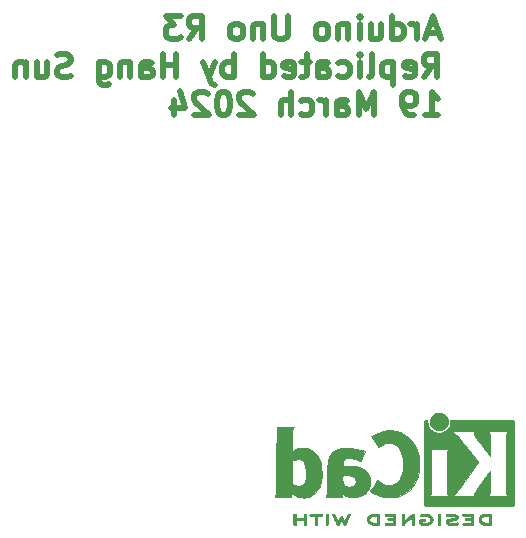
<source format=gbr>
%TF.GenerationSoftware,KiCad,Pcbnew,7.0.6*%
%TF.CreationDate,2024-03-19T20:52:53+13:00*%
%TF.ProjectId,Arduino Uno R3,41726475-696e-46f2-9055-6e6f2052332e,rev?*%
%TF.SameCoordinates,Original*%
%TF.FileFunction,Legend,Bot*%
%TF.FilePolarity,Positive*%
%FSLAX46Y46*%
G04 Gerber Fmt 4.6, Leading zero omitted, Abs format (unit mm)*
G04 Created by KiCad (PCBNEW 7.0.6) date 2024-03-19 20:52:53*
%MOMM*%
%LPD*%
G01*
G04 APERTURE LIST*
%ADD10C,0.500000*%
%ADD11C,0.010000*%
G04 APERTURE END LIST*
D10*
X176328100Y-63075809D02*
X175375719Y-63075809D01*
X176518576Y-63647238D02*
X175851910Y-61647238D01*
X175851910Y-61647238D02*
X175185243Y-63647238D01*
X174518576Y-63647238D02*
X174518576Y-62313904D01*
X174518576Y-62694857D02*
X174423338Y-62504380D01*
X174423338Y-62504380D02*
X174328100Y-62409142D01*
X174328100Y-62409142D02*
X174137624Y-62313904D01*
X174137624Y-62313904D02*
X173947147Y-62313904D01*
X172423338Y-63647238D02*
X172423338Y-61647238D01*
X172423338Y-63552000D02*
X172613814Y-63647238D01*
X172613814Y-63647238D02*
X172994767Y-63647238D01*
X172994767Y-63647238D02*
X173185243Y-63552000D01*
X173185243Y-63552000D02*
X173280481Y-63456761D01*
X173280481Y-63456761D02*
X173375719Y-63266285D01*
X173375719Y-63266285D02*
X173375719Y-62694857D01*
X173375719Y-62694857D02*
X173280481Y-62504380D01*
X173280481Y-62504380D02*
X173185243Y-62409142D01*
X173185243Y-62409142D02*
X172994767Y-62313904D01*
X172994767Y-62313904D02*
X172613814Y-62313904D01*
X172613814Y-62313904D02*
X172423338Y-62409142D01*
X170613814Y-62313904D02*
X170613814Y-63647238D01*
X171470957Y-62313904D02*
X171470957Y-63361523D01*
X171470957Y-63361523D02*
X171375719Y-63552000D01*
X171375719Y-63552000D02*
X171185243Y-63647238D01*
X171185243Y-63647238D02*
X170899528Y-63647238D01*
X170899528Y-63647238D02*
X170709052Y-63552000D01*
X170709052Y-63552000D02*
X170613814Y-63456761D01*
X169661433Y-63647238D02*
X169661433Y-62313904D01*
X169661433Y-61647238D02*
X169756671Y-61742476D01*
X169756671Y-61742476D02*
X169661433Y-61837714D01*
X169661433Y-61837714D02*
X169566195Y-61742476D01*
X169566195Y-61742476D02*
X169661433Y-61647238D01*
X169661433Y-61647238D02*
X169661433Y-61837714D01*
X168709052Y-62313904D02*
X168709052Y-63647238D01*
X168709052Y-62504380D02*
X168613814Y-62409142D01*
X168613814Y-62409142D02*
X168423338Y-62313904D01*
X168423338Y-62313904D02*
X168137623Y-62313904D01*
X168137623Y-62313904D02*
X167947147Y-62409142D01*
X167947147Y-62409142D02*
X167851909Y-62599619D01*
X167851909Y-62599619D02*
X167851909Y-63647238D01*
X166613814Y-63647238D02*
X166804290Y-63552000D01*
X166804290Y-63552000D02*
X166899528Y-63456761D01*
X166899528Y-63456761D02*
X166994766Y-63266285D01*
X166994766Y-63266285D02*
X166994766Y-62694857D01*
X166994766Y-62694857D02*
X166899528Y-62504380D01*
X166899528Y-62504380D02*
X166804290Y-62409142D01*
X166804290Y-62409142D02*
X166613814Y-62313904D01*
X166613814Y-62313904D02*
X166328099Y-62313904D01*
X166328099Y-62313904D02*
X166137623Y-62409142D01*
X166137623Y-62409142D02*
X166042385Y-62504380D01*
X166042385Y-62504380D02*
X165947147Y-62694857D01*
X165947147Y-62694857D02*
X165947147Y-63266285D01*
X165947147Y-63266285D02*
X166042385Y-63456761D01*
X166042385Y-63456761D02*
X166137623Y-63552000D01*
X166137623Y-63552000D02*
X166328099Y-63647238D01*
X166328099Y-63647238D02*
X166613814Y-63647238D01*
X163566194Y-61647238D02*
X163566194Y-63266285D01*
X163566194Y-63266285D02*
X163470956Y-63456761D01*
X163470956Y-63456761D02*
X163375718Y-63552000D01*
X163375718Y-63552000D02*
X163185242Y-63647238D01*
X163185242Y-63647238D02*
X162804289Y-63647238D01*
X162804289Y-63647238D02*
X162613813Y-63552000D01*
X162613813Y-63552000D02*
X162518575Y-63456761D01*
X162518575Y-63456761D02*
X162423337Y-63266285D01*
X162423337Y-63266285D02*
X162423337Y-61647238D01*
X161470956Y-62313904D02*
X161470956Y-63647238D01*
X161470956Y-62504380D02*
X161375718Y-62409142D01*
X161375718Y-62409142D02*
X161185242Y-62313904D01*
X161185242Y-62313904D02*
X160899527Y-62313904D01*
X160899527Y-62313904D02*
X160709051Y-62409142D01*
X160709051Y-62409142D02*
X160613813Y-62599619D01*
X160613813Y-62599619D02*
X160613813Y-63647238D01*
X159375718Y-63647238D02*
X159566194Y-63552000D01*
X159566194Y-63552000D02*
X159661432Y-63456761D01*
X159661432Y-63456761D02*
X159756670Y-63266285D01*
X159756670Y-63266285D02*
X159756670Y-62694857D01*
X159756670Y-62694857D02*
X159661432Y-62504380D01*
X159661432Y-62504380D02*
X159566194Y-62409142D01*
X159566194Y-62409142D02*
X159375718Y-62313904D01*
X159375718Y-62313904D02*
X159090003Y-62313904D01*
X159090003Y-62313904D02*
X158899527Y-62409142D01*
X158899527Y-62409142D02*
X158804289Y-62504380D01*
X158804289Y-62504380D02*
X158709051Y-62694857D01*
X158709051Y-62694857D02*
X158709051Y-63266285D01*
X158709051Y-63266285D02*
X158804289Y-63456761D01*
X158804289Y-63456761D02*
X158899527Y-63552000D01*
X158899527Y-63552000D02*
X159090003Y-63647238D01*
X159090003Y-63647238D02*
X159375718Y-63647238D01*
X155185241Y-63647238D02*
X155851908Y-62694857D01*
X156328098Y-63647238D02*
X156328098Y-61647238D01*
X156328098Y-61647238D02*
X155566193Y-61647238D01*
X155566193Y-61647238D02*
X155375717Y-61742476D01*
X155375717Y-61742476D02*
X155280479Y-61837714D01*
X155280479Y-61837714D02*
X155185241Y-62028190D01*
X155185241Y-62028190D02*
X155185241Y-62313904D01*
X155185241Y-62313904D02*
X155280479Y-62504380D01*
X155280479Y-62504380D02*
X155375717Y-62599619D01*
X155375717Y-62599619D02*
X155566193Y-62694857D01*
X155566193Y-62694857D02*
X156328098Y-62694857D01*
X154518574Y-61647238D02*
X153280479Y-61647238D01*
X153280479Y-61647238D02*
X153947146Y-62409142D01*
X153947146Y-62409142D02*
X153661431Y-62409142D01*
X153661431Y-62409142D02*
X153470955Y-62504380D01*
X153470955Y-62504380D02*
X153375717Y-62599619D01*
X153375717Y-62599619D02*
X153280479Y-62790095D01*
X153280479Y-62790095D02*
X153280479Y-63266285D01*
X153280479Y-63266285D02*
X153375717Y-63456761D01*
X153375717Y-63456761D02*
X153470955Y-63552000D01*
X153470955Y-63552000D02*
X153661431Y-63647238D01*
X153661431Y-63647238D02*
X154232860Y-63647238D01*
X154232860Y-63647238D02*
X154423336Y-63552000D01*
X154423336Y-63552000D02*
X154518574Y-63456761D01*
X175090005Y-66867238D02*
X175756672Y-65914857D01*
X176232862Y-66867238D02*
X176232862Y-64867238D01*
X176232862Y-64867238D02*
X175470957Y-64867238D01*
X175470957Y-64867238D02*
X175280481Y-64962476D01*
X175280481Y-64962476D02*
X175185243Y-65057714D01*
X175185243Y-65057714D02*
X175090005Y-65248190D01*
X175090005Y-65248190D02*
X175090005Y-65533904D01*
X175090005Y-65533904D02*
X175185243Y-65724380D01*
X175185243Y-65724380D02*
X175280481Y-65819619D01*
X175280481Y-65819619D02*
X175470957Y-65914857D01*
X175470957Y-65914857D02*
X176232862Y-65914857D01*
X173470957Y-66772000D02*
X173661433Y-66867238D01*
X173661433Y-66867238D02*
X174042386Y-66867238D01*
X174042386Y-66867238D02*
X174232862Y-66772000D01*
X174232862Y-66772000D02*
X174328100Y-66581523D01*
X174328100Y-66581523D02*
X174328100Y-65819619D01*
X174328100Y-65819619D02*
X174232862Y-65629142D01*
X174232862Y-65629142D02*
X174042386Y-65533904D01*
X174042386Y-65533904D02*
X173661433Y-65533904D01*
X173661433Y-65533904D02*
X173470957Y-65629142D01*
X173470957Y-65629142D02*
X173375719Y-65819619D01*
X173375719Y-65819619D02*
X173375719Y-66010095D01*
X173375719Y-66010095D02*
X174328100Y-66200571D01*
X172518576Y-65533904D02*
X172518576Y-67533904D01*
X172518576Y-65629142D02*
X172328100Y-65533904D01*
X172328100Y-65533904D02*
X171947147Y-65533904D01*
X171947147Y-65533904D02*
X171756671Y-65629142D01*
X171756671Y-65629142D02*
X171661433Y-65724380D01*
X171661433Y-65724380D02*
X171566195Y-65914857D01*
X171566195Y-65914857D02*
X171566195Y-66486285D01*
X171566195Y-66486285D02*
X171661433Y-66676761D01*
X171661433Y-66676761D02*
X171756671Y-66772000D01*
X171756671Y-66772000D02*
X171947147Y-66867238D01*
X171947147Y-66867238D02*
X172328100Y-66867238D01*
X172328100Y-66867238D02*
X172518576Y-66772000D01*
X170423338Y-66867238D02*
X170613814Y-66772000D01*
X170613814Y-66772000D02*
X170709052Y-66581523D01*
X170709052Y-66581523D02*
X170709052Y-64867238D01*
X169661433Y-66867238D02*
X169661433Y-65533904D01*
X169661433Y-64867238D02*
X169756671Y-64962476D01*
X169756671Y-64962476D02*
X169661433Y-65057714D01*
X169661433Y-65057714D02*
X169566195Y-64962476D01*
X169566195Y-64962476D02*
X169661433Y-64867238D01*
X169661433Y-64867238D02*
X169661433Y-65057714D01*
X167851909Y-66772000D02*
X168042385Y-66867238D01*
X168042385Y-66867238D02*
X168423338Y-66867238D01*
X168423338Y-66867238D02*
X168613814Y-66772000D01*
X168613814Y-66772000D02*
X168709052Y-66676761D01*
X168709052Y-66676761D02*
X168804290Y-66486285D01*
X168804290Y-66486285D02*
X168804290Y-65914857D01*
X168804290Y-65914857D02*
X168709052Y-65724380D01*
X168709052Y-65724380D02*
X168613814Y-65629142D01*
X168613814Y-65629142D02*
X168423338Y-65533904D01*
X168423338Y-65533904D02*
X168042385Y-65533904D01*
X168042385Y-65533904D02*
X167851909Y-65629142D01*
X166137623Y-66867238D02*
X166137623Y-65819619D01*
X166137623Y-65819619D02*
X166232861Y-65629142D01*
X166232861Y-65629142D02*
X166423337Y-65533904D01*
X166423337Y-65533904D02*
X166804290Y-65533904D01*
X166804290Y-65533904D02*
X166994766Y-65629142D01*
X166137623Y-66772000D02*
X166328099Y-66867238D01*
X166328099Y-66867238D02*
X166804290Y-66867238D01*
X166804290Y-66867238D02*
X166994766Y-66772000D01*
X166994766Y-66772000D02*
X167090004Y-66581523D01*
X167090004Y-66581523D02*
X167090004Y-66391047D01*
X167090004Y-66391047D02*
X166994766Y-66200571D01*
X166994766Y-66200571D02*
X166804290Y-66105333D01*
X166804290Y-66105333D02*
X166328099Y-66105333D01*
X166328099Y-66105333D02*
X166137623Y-66010095D01*
X165470956Y-65533904D02*
X164709052Y-65533904D01*
X165185242Y-64867238D02*
X165185242Y-66581523D01*
X165185242Y-66581523D02*
X165090004Y-66772000D01*
X165090004Y-66772000D02*
X164899528Y-66867238D01*
X164899528Y-66867238D02*
X164709052Y-66867238D01*
X163280480Y-66772000D02*
X163470956Y-66867238D01*
X163470956Y-66867238D02*
X163851909Y-66867238D01*
X163851909Y-66867238D02*
X164042385Y-66772000D01*
X164042385Y-66772000D02*
X164137623Y-66581523D01*
X164137623Y-66581523D02*
X164137623Y-65819619D01*
X164137623Y-65819619D02*
X164042385Y-65629142D01*
X164042385Y-65629142D02*
X163851909Y-65533904D01*
X163851909Y-65533904D02*
X163470956Y-65533904D01*
X163470956Y-65533904D02*
X163280480Y-65629142D01*
X163280480Y-65629142D02*
X163185242Y-65819619D01*
X163185242Y-65819619D02*
X163185242Y-66010095D01*
X163185242Y-66010095D02*
X164137623Y-66200571D01*
X161470956Y-66867238D02*
X161470956Y-64867238D01*
X161470956Y-66772000D02*
X161661432Y-66867238D01*
X161661432Y-66867238D02*
X162042385Y-66867238D01*
X162042385Y-66867238D02*
X162232861Y-66772000D01*
X162232861Y-66772000D02*
X162328099Y-66676761D01*
X162328099Y-66676761D02*
X162423337Y-66486285D01*
X162423337Y-66486285D02*
X162423337Y-65914857D01*
X162423337Y-65914857D02*
X162328099Y-65724380D01*
X162328099Y-65724380D02*
X162232861Y-65629142D01*
X162232861Y-65629142D02*
X162042385Y-65533904D01*
X162042385Y-65533904D02*
X161661432Y-65533904D01*
X161661432Y-65533904D02*
X161470956Y-65629142D01*
X158994765Y-66867238D02*
X158994765Y-64867238D01*
X158994765Y-65629142D02*
X158804289Y-65533904D01*
X158804289Y-65533904D02*
X158423336Y-65533904D01*
X158423336Y-65533904D02*
X158232860Y-65629142D01*
X158232860Y-65629142D02*
X158137622Y-65724380D01*
X158137622Y-65724380D02*
X158042384Y-65914857D01*
X158042384Y-65914857D02*
X158042384Y-66486285D01*
X158042384Y-66486285D02*
X158137622Y-66676761D01*
X158137622Y-66676761D02*
X158232860Y-66772000D01*
X158232860Y-66772000D02*
X158423336Y-66867238D01*
X158423336Y-66867238D02*
X158804289Y-66867238D01*
X158804289Y-66867238D02*
X158994765Y-66772000D01*
X157375717Y-65533904D02*
X156899527Y-66867238D01*
X156423336Y-65533904D02*
X156899527Y-66867238D01*
X156899527Y-66867238D02*
X157090003Y-67343428D01*
X157090003Y-67343428D02*
X157185241Y-67438666D01*
X157185241Y-67438666D02*
X157375717Y-67533904D01*
X154137621Y-66867238D02*
X154137621Y-64867238D01*
X154137621Y-65819619D02*
X152994764Y-65819619D01*
X152994764Y-66867238D02*
X152994764Y-64867238D01*
X151185240Y-66867238D02*
X151185240Y-65819619D01*
X151185240Y-65819619D02*
X151280478Y-65629142D01*
X151280478Y-65629142D02*
X151470954Y-65533904D01*
X151470954Y-65533904D02*
X151851907Y-65533904D01*
X151851907Y-65533904D02*
X152042383Y-65629142D01*
X151185240Y-66772000D02*
X151375716Y-66867238D01*
X151375716Y-66867238D02*
X151851907Y-66867238D01*
X151851907Y-66867238D02*
X152042383Y-66772000D01*
X152042383Y-66772000D02*
X152137621Y-66581523D01*
X152137621Y-66581523D02*
X152137621Y-66391047D01*
X152137621Y-66391047D02*
X152042383Y-66200571D01*
X152042383Y-66200571D02*
X151851907Y-66105333D01*
X151851907Y-66105333D02*
X151375716Y-66105333D01*
X151375716Y-66105333D02*
X151185240Y-66010095D01*
X150232859Y-65533904D02*
X150232859Y-66867238D01*
X150232859Y-65724380D02*
X150137621Y-65629142D01*
X150137621Y-65629142D02*
X149947145Y-65533904D01*
X149947145Y-65533904D02*
X149661430Y-65533904D01*
X149661430Y-65533904D02*
X149470954Y-65629142D01*
X149470954Y-65629142D02*
X149375716Y-65819619D01*
X149375716Y-65819619D02*
X149375716Y-66867238D01*
X147566192Y-65533904D02*
X147566192Y-67152952D01*
X147566192Y-67152952D02*
X147661430Y-67343428D01*
X147661430Y-67343428D02*
X147756668Y-67438666D01*
X147756668Y-67438666D02*
X147947145Y-67533904D01*
X147947145Y-67533904D02*
X148232859Y-67533904D01*
X148232859Y-67533904D02*
X148423335Y-67438666D01*
X147566192Y-66772000D02*
X147756668Y-66867238D01*
X147756668Y-66867238D02*
X148137621Y-66867238D01*
X148137621Y-66867238D02*
X148328097Y-66772000D01*
X148328097Y-66772000D02*
X148423335Y-66676761D01*
X148423335Y-66676761D02*
X148518573Y-66486285D01*
X148518573Y-66486285D02*
X148518573Y-65914857D01*
X148518573Y-65914857D02*
X148423335Y-65724380D01*
X148423335Y-65724380D02*
X148328097Y-65629142D01*
X148328097Y-65629142D02*
X148137621Y-65533904D01*
X148137621Y-65533904D02*
X147756668Y-65533904D01*
X147756668Y-65533904D02*
X147566192Y-65629142D01*
X145185239Y-66772000D02*
X144899525Y-66867238D01*
X144899525Y-66867238D02*
X144423334Y-66867238D01*
X144423334Y-66867238D02*
X144232858Y-66772000D01*
X144232858Y-66772000D02*
X144137620Y-66676761D01*
X144137620Y-66676761D02*
X144042382Y-66486285D01*
X144042382Y-66486285D02*
X144042382Y-66295809D01*
X144042382Y-66295809D02*
X144137620Y-66105333D01*
X144137620Y-66105333D02*
X144232858Y-66010095D01*
X144232858Y-66010095D02*
X144423334Y-65914857D01*
X144423334Y-65914857D02*
X144804287Y-65819619D01*
X144804287Y-65819619D02*
X144994763Y-65724380D01*
X144994763Y-65724380D02*
X145090001Y-65629142D01*
X145090001Y-65629142D02*
X145185239Y-65438666D01*
X145185239Y-65438666D02*
X145185239Y-65248190D01*
X145185239Y-65248190D02*
X145090001Y-65057714D01*
X145090001Y-65057714D02*
X144994763Y-64962476D01*
X144994763Y-64962476D02*
X144804287Y-64867238D01*
X144804287Y-64867238D02*
X144328096Y-64867238D01*
X144328096Y-64867238D02*
X144042382Y-64962476D01*
X142328096Y-65533904D02*
X142328096Y-66867238D01*
X143185239Y-65533904D02*
X143185239Y-66581523D01*
X143185239Y-66581523D02*
X143090001Y-66772000D01*
X143090001Y-66772000D02*
X142899525Y-66867238D01*
X142899525Y-66867238D02*
X142613810Y-66867238D01*
X142613810Y-66867238D02*
X142423334Y-66772000D01*
X142423334Y-66772000D02*
X142328096Y-66676761D01*
X141375715Y-65533904D02*
X141375715Y-66867238D01*
X141375715Y-65724380D02*
X141280477Y-65629142D01*
X141280477Y-65629142D02*
X141090001Y-65533904D01*
X141090001Y-65533904D02*
X140804286Y-65533904D01*
X140804286Y-65533904D02*
X140613810Y-65629142D01*
X140613810Y-65629142D02*
X140518572Y-65819619D01*
X140518572Y-65819619D02*
X140518572Y-66867238D01*
X175185243Y-70087238D02*
X176328100Y-70087238D01*
X175756672Y-70087238D02*
X175756672Y-68087238D01*
X175756672Y-68087238D02*
X175947148Y-68372952D01*
X175947148Y-68372952D02*
X176137624Y-68563428D01*
X176137624Y-68563428D02*
X176328100Y-68658666D01*
X174232862Y-70087238D02*
X173851910Y-70087238D01*
X173851910Y-70087238D02*
X173661433Y-69992000D01*
X173661433Y-69992000D02*
X173566195Y-69896761D01*
X173566195Y-69896761D02*
X173375719Y-69611047D01*
X173375719Y-69611047D02*
X173280481Y-69230095D01*
X173280481Y-69230095D02*
X173280481Y-68468190D01*
X173280481Y-68468190D02*
X173375719Y-68277714D01*
X173375719Y-68277714D02*
X173470957Y-68182476D01*
X173470957Y-68182476D02*
X173661433Y-68087238D01*
X173661433Y-68087238D02*
X174042386Y-68087238D01*
X174042386Y-68087238D02*
X174232862Y-68182476D01*
X174232862Y-68182476D02*
X174328100Y-68277714D01*
X174328100Y-68277714D02*
X174423338Y-68468190D01*
X174423338Y-68468190D02*
X174423338Y-68944380D01*
X174423338Y-68944380D02*
X174328100Y-69134857D01*
X174328100Y-69134857D02*
X174232862Y-69230095D01*
X174232862Y-69230095D02*
X174042386Y-69325333D01*
X174042386Y-69325333D02*
X173661433Y-69325333D01*
X173661433Y-69325333D02*
X173470957Y-69230095D01*
X173470957Y-69230095D02*
X173375719Y-69134857D01*
X173375719Y-69134857D02*
X173280481Y-68944380D01*
X170899528Y-70087238D02*
X170899528Y-68087238D01*
X170899528Y-68087238D02*
X170232861Y-69515809D01*
X170232861Y-69515809D02*
X169566195Y-68087238D01*
X169566195Y-68087238D02*
X169566195Y-70087238D01*
X167756671Y-70087238D02*
X167756671Y-69039619D01*
X167756671Y-69039619D02*
X167851909Y-68849142D01*
X167851909Y-68849142D02*
X168042385Y-68753904D01*
X168042385Y-68753904D02*
X168423338Y-68753904D01*
X168423338Y-68753904D02*
X168613814Y-68849142D01*
X167756671Y-69992000D02*
X167947147Y-70087238D01*
X167947147Y-70087238D02*
X168423338Y-70087238D01*
X168423338Y-70087238D02*
X168613814Y-69992000D01*
X168613814Y-69992000D02*
X168709052Y-69801523D01*
X168709052Y-69801523D02*
X168709052Y-69611047D01*
X168709052Y-69611047D02*
X168613814Y-69420571D01*
X168613814Y-69420571D02*
X168423338Y-69325333D01*
X168423338Y-69325333D02*
X167947147Y-69325333D01*
X167947147Y-69325333D02*
X167756671Y-69230095D01*
X166804290Y-70087238D02*
X166804290Y-68753904D01*
X166804290Y-69134857D02*
X166709052Y-68944380D01*
X166709052Y-68944380D02*
X166613814Y-68849142D01*
X166613814Y-68849142D02*
X166423338Y-68753904D01*
X166423338Y-68753904D02*
X166232861Y-68753904D01*
X164709052Y-69992000D02*
X164899528Y-70087238D01*
X164899528Y-70087238D02*
X165280481Y-70087238D01*
X165280481Y-70087238D02*
X165470957Y-69992000D01*
X165470957Y-69992000D02*
X165566195Y-69896761D01*
X165566195Y-69896761D02*
X165661433Y-69706285D01*
X165661433Y-69706285D02*
X165661433Y-69134857D01*
X165661433Y-69134857D02*
X165566195Y-68944380D01*
X165566195Y-68944380D02*
X165470957Y-68849142D01*
X165470957Y-68849142D02*
X165280481Y-68753904D01*
X165280481Y-68753904D02*
X164899528Y-68753904D01*
X164899528Y-68753904D02*
X164709052Y-68849142D01*
X163851909Y-70087238D02*
X163851909Y-68087238D01*
X162994766Y-70087238D02*
X162994766Y-69039619D01*
X162994766Y-69039619D02*
X163090004Y-68849142D01*
X163090004Y-68849142D02*
X163280480Y-68753904D01*
X163280480Y-68753904D02*
X163566195Y-68753904D01*
X163566195Y-68753904D02*
X163756671Y-68849142D01*
X163756671Y-68849142D02*
X163851909Y-68944380D01*
X160613813Y-68277714D02*
X160518575Y-68182476D01*
X160518575Y-68182476D02*
X160328099Y-68087238D01*
X160328099Y-68087238D02*
X159851908Y-68087238D01*
X159851908Y-68087238D02*
X159661432Y-68182476D01*
X159661432Y-68182476D02*
X159566194Y-68277714D01*
X159566194Y-68277714D02*
X159470956Y-68468190D01*
X159470956Y-68468190D02*
X159470956Y-68658666D01*
X159470956Y-68658666D02*
X159566194Y-68944380D01*
X159566194Y-68944380D02*
X160709051Y-70087238D01*
X160709051Y-70087238D02*
X159470956Y-70087238D01*
X158232861Y-68087238D02*
X158042384Y-68087238D01*
X158042384Y-68087238D02*
X157851908Y-68182476D01*
X157851908Y-68182476D02*
X157756670Y-68277714D01*
X157756670Y-68277714D02*
X157661432Y-68468190D01*
X157661432Y-68468190D02*
X157566194Y-68849142D01*
X157566194Y-68849142D02*
X157566194Y-69325333D01*
X157566194Y-69325333D02*
X157661432Y-69706285D01*
X157661432Y-69706285D02*
X157756670Y-69896761D01*
X157756670Y-69896761D02*
X157851908Y-69992000D01*
X157851908Y-69992000D02*
X158042384Y-70087238D01*
X158042384Y-70087238D02*
X158232861Y-70087238D01*
X158232861Y-70087238D02*
X158423337Y-69992000D01*
X158423337Y-69992000D02*
X158518575Y-69896761D01*
X158518575Y-69896761D02*
X158613813Y-69706285D01*
X158613813Y-69706285D02*
X158709051Y-69325333D01*
X158709051Y-69325333D02*
X158709051Y-68849142D01*
X158709051Y-68849142D02*
X158613813Y-68468190D01*
X158613813Y-68468190D02*
X158518575Y-68277714D01*
X158518575Y-68277714D02*
X158423337Y-68182476D01*
X158423337Y-68182476D02*
X158232861Y-68087238D01*
X156804289Y-68277714D02*
X156709051Y-68182476D01*
X156709051Y-68182476D02*
X156518575Y-68087238D01*
X156518575Y-68087238D02*
X156042384Y-68087238D01*
X156042384Y-68087238D02*
X155851908Y-68182476D01*
X155851908Y-68182476D02*
X155756670Y-68277714D01*
X155756670Y-68277714D02*
X155661432Y-68468190D01*
X155661432Y-68468190D02*
X155661432Y-68658666D01*
X155661432Y-68658666D02*
X155756670Y-68944380D01*
X155756670Y-68944380D02*
X156899527Y-70087238D01*
X156899527Y-70087238D02*
X155661432Y-70087238D01*
X153947146Y-68753904D02*
X153947146Y-70087238D01*
X154423337Y-67992000D02*
X154899527Y-69420571D01*
X154899527Y-69420571D02*
X153661432Y-69420571D01*
%TO.C,REF\u002A\u002A*%
D11*
X166900002Y-103801242D02*
X166934247Y-103822142D01*
X166969729Y-103850873D01*
X166969729Y-104712871D01*
X166934247Y-104741602D01*
X166892495Y-104764867D01*
X166844832Y-104765980D01*
X166802976Y-104738696D01*
X166797815Y-104732486D01*
X166790538Y-104719881D01*
X166784937Y-104701666D01*
X166780794Y-104674347D01*
X166777892Y-104634433D01*
X166776014Y-104578430D01*
X166774941Y-104502847D01*
X166774457Y-104404190D01*
X166774344Y-104278966D01*
X166774344Y-103850873D01*
X166809826Y-103822142D01*
X166841396Y-103802477D01*
X166872037Y-103793410D01*
X166900002Y-103801242D01*
G36*
X166900002Y-103801242D02*
G01*
X166934247Y-103822142D01*
X166969729Y-103850873D01*
X166969729Y-104712871D01*
X166934247Y-104741602D01*
X166892495Y-104764867D01*
X166844832Y-104765980D01*
X166802976Y-104738696D01*
X166797815Y-104732486D01*
X166790538Y-104719881D01*
X166784937Y-104701666D01*
X166780794Y-104674347D01*
X166777892Y-104634433D01*
X166776014Y-104578430D01*
X166774941Y-104502847D01*
X166774457Y-104404190D01*
X166774344Y-104278966D01*
X166774344Y-103850873D01*
X166809826Y-103822142D01*
X166841396Y-103802477D01*
X166872037Y-103793410D01*
X166900002Y-103801242D01*
G37*
X174191184Y-103791846D02*
X174206372Y-103800017D01*
X174220416Y-103814212D01*
X174235443Y-103833011D01*
X174241371Y-103840948D01*
X174249357Y-103854920D01*
X174255454Y-103873327D01*
X174259916Y-103899827D01*
X174262997Y-103938083D01*
X174264951Y-103991755D01*
X174266033Y-104064503D01*
X174266495Y-104159988D01*
X174266593Y-104281872D01*
X174266562Y-104359797D01*
X174266272Y-104465091D01*
X174265461Y-104546227D01*
X174263875Y-104606866D01*
X174261262Y-104650669D01*
X174257366Y-104681296D01*
X174251933Y-104702409D01*
X174244710Y-104717667D01*
X174235443Y-104730733D01*
X174194931Y-104763209D01*
X174148410Y-104767042D01*
X174099175Y-104741626D01*
X174093605Y-104737000D01*
X174082720Y-104725646D01*
X174074651Y-104710268D01*
X174068816Y-104686526D01*
X174064633Y-104650084D01*
X174061521Y-104596604D01*
X174058897Y-104521747D01*
X174056179Y-104421177D01*
X174048664Y-104129435D01*
X173695469Y-104449814D01*
X173597169Y-104538718D01*
X173510391Y-104616091D01*
X173440902Y-104675946D01*
X173386217Y-104719777D01*
X173343854Y-104749077D01*
X173311332Y-104765340D01*
X173286166Y-104770060D01*
X173265875Y-104764731D01*
X173247976Y-104750846D01*
X173229987Y-104729899D01*
X173221672Y-104718605D01*
X173214174Y-104704523D01*
X173208568Y-104685673D01*
X173204638Y-104658443D01*
X173202168Y-104619221D01*
X173200944Y-104564394D01*
X173200751Y-104490348D01*
X173201373Y-104393471D01*
X173202594Y-104270150D01*
X173207007Y-103850835D01*
X173242489Y-103822123D01*
X173277191Y-103800566D01*
X173320937Y-103796877D01*
X173366910Y-103822110D01*
X173372651Y-103826882D01*
X173383478Y-103838238D01*
X173391505Y-103853671D01*
X173397310Y-103877510D01*
X173401474Y-103914084D01*
X173404576Y-103967722D01*
X173407193Y-104042754D01*
X173409906Y-104143508D01*
X173417421Y-104436207D01*
X173657895Y-104218138D01*
X173773374Y-104113448D01*
X173874253Y-104022392D01*
X173956979Y-103948702D01*
X174023678Y-103890960D01*
X174076476Y-103847749D01*
X174117499Y-103817649D01*
X174148874Y-103799244D01*
X174172727Y-103791116D01*
X174191184Y-103791846D01*
G36*
X174191184Y-103791846D02*
G01*
X174206372Y-103800017D01*
X174220416Y-103814212D01*
X174235443Y-103833011D01*
X174241371Y-103840948D01*
X174249357Y-103854920D01*
X174255454Y-103873327D01*
X174259916Y-103899827D01*
X174262997Y-103938083D01*
X174264951Y-103991755D01*
X174266033Y-104064503D01*
X174266495Y-104159988D01*
X174266593Y-104281872D01*
X174266562Y-104359797D01*
X174266272Y-104465091D01*
X174265461Y-104546227D01*
X174263875Y-104606866D01*
X174261262Y-104650669D01*
X174257366Y-104681296D01*
X174251933Y-104702409D01*
X174244710Y-104717667D01*
X174235443Y-104730733D01*
X174194931Y-104763209D01*
X174148410Y-104767042D01*
X174099175Y-104741626D01*
X174093605Y-104737000D01*
X174082720Y-104725646D01*
X174074651Y-104710268D01*
X174068816Y-104686526D01*
X174064633Y-104650084D01*
X174061521Y-104596604D01*
X174058897Y-104521747D01*
X174056179Y-104421177D01*
X174048664Y-104129435D01*
X173695469Y-104449814D01*
X173597169Y-104538718D01*
X173510391Y-104616091D01*
X173440902Y-104675946D01*
X173386217Y-104719777D01*
X173343854Y-104749077D01*
X173311332Y-104765340D01*
X173286166Y-104770060D01*
X173265875Y-104764731D01*
X173247976Y-104750846D01*
X173229987Y-104729899D01*
X173221672Y-104718605D01*
X173214174Y-104704523D01*
X173208568Y-104685673D01*
X173204638Y-104658443D01*
X173202168Y-104619221D01*
X173200944Y-104564394D01*
X173200751Y-104490348D01*
X173201373Y-104393471D01*
X173202594Y-104270150D01*
X173207007Y-103850835D01*
X173242489Y-103822123D01*
X173277191Y-103800566D01*
X173320937Y-103796877D01*
X173366910Y-103822110D01*
X173372651Y-103826882D01*
X173383478Y-103838238D01*
X173391505Y-103853671D01*
X173397310Y-103877510D01*
X173401474Y-103914084D01*
X173404576Y-103967722D01*
X173407193Y-104042754D01*
X173409906Y-104143508D01*
X173417421Y-104436207D01*
X173657895Y-104218138D01*
X173773374Y-104113448D01*
X173874253Y-104022392D01*
X173956979Y-103948702D01*
X174023678Y-103890960D01*
X174076476Y-103847749D01*
X174117499Y-103817649D01*
X174148874Y-103799244D01*
X174172727Y-103791116D01*
X174191184Y-103791846D01*
G37*
X167478208Y-103805940D02*
X167502119Y-103830585D01*
X167529546Y-103871966D01*
X167562607Y-103932790D01*
X167603420Y-104015763D01*
X167654104Y-104123594D01*
X167673587Y-104165376D01*
X167713193Y-104249496D01*
X167747935Y-104322196D01*
X167775886Y-104379507D01*
X167795120Y-104417455D01*
X167803711Y-104432069D01*
X167805520Y-104431296D01*
X167818823Y-104412727D01*
X167841844Y-104373401D01*
X167871928Y-104317994D01*
X167906422Y-104251180D01*
X167927687Y-104209258D01*
X167966230Y-104135562D01*
X167996170Y-104083617D01*
X168020422Y-104049697D01*
X168041898Y-104030079D01*
X168063512Y-104021040D01*
X168088177Y-104018854D01*
X168102160Y-104019487D01*
X168123616Y-104025088D01*
X168144005Y-104039552D01*
X168166103Y-104066542D01*
X168192689Y-104109725D01*
X168226540Y-104172765D01*
X168270434Y-104259328D01*
X168283392Y-104284963D01*
X168315954Y-104347096D01*
X168342895Y-104395241D01*
X168361710Y-104425049D01*
X168369897Y-104432168D01*
X168371717Y-104427813D01*
X168384198Y-104399975D01*
X168406646Y-104350796D01*
X168437156Y-104284426D01*
X168473823Y-104205014D01*
X168514742Y-104116707D01*
X168550309Y-104040525D01*
X168589749Y-103957995D01*
X168620465Y-103897100D01*
X168644401Y-103854442D01*
X168663502Y-103826625D01*
X168679713Y-103810253D01*
X168694978Y-103801931D01*
X168707506Y-103798080D01*
X168740930Y-103797882D01*
X168777067Y-103818308D01*
X168778798Y-103819620D01*
X168808200Y-103849756D01*
X168822909Y-103879345D01*
X168822971Y-103880197D01*
X168816926Y-103903711D01*
X168799799Y-103949731D01*
X168773493Y-104014096D01*
X168739910Y-104092645D01*
X168700952Y-104181221D01*
X168658522Y-104275661D01*
X168614522Y-104371807D01*
X168570854Y-104465499D01*
X168529420Y-104552576D01*
X168492123Y-104628880D01*
X168460864Y-104690249D01*
X168437546Y-104732525D01*
X168424071Y-104751547D01*
X168378262Y-104769345D01*
X168322748Y-104760876D01*
X168315606Y-104754622D01*
X168294532Y-104725131D01*
X168264973Y-104676190D01*
X168229803Y-104612661D01*
X168191894Y-104539407D01*
X168085686Y-104327397D01*
X167988248Y-104522563D01*
X167975340Y-104548246D01*
X167939421Y-104617940D01*
X167907431Y-104677571D01*
X167882449Y-104721486D01*
X167867556Y-104744032D01*
X167866030Y-104745687D01*
X167828591Y-104766039D01*
X167781911Y-104768280D01*
X167740584Y-104751547D01*
X167737354Y-104747754D01*
X167721031Y-104720294D01*
X167694754Y-104670300D01*
X167660266Y-104601298D01*
X167619310Y-104516814D01*
X167573630Y-104420373D01*
X167524969Y-104315503D01*
X167498022Y-104256759D01*
X167449064Y-104149281D01*
X167411178Y-104064502D01*
X167383187Y-103999353D01*
X167363912Y-103950764D01*
X167352178Y-103915667D01*
X167346805Y-103890992D01*
X167346616Y-103873672D01*
X167350434Y-103860636D01*
X167369948Y-103832834D01*
X167405366Y-103805806D01*
X167406372Y-103805350D01*
X167432453Y-103796030D01*
X167455692Y-103795324D01*
X167478208Y-103805940D01*
G36*
X167478208Y-103805940D02*
G01*
X167502119Y-103830585D01*
X167529546Y-103871966D01*
X167562607Y-103932790D01*
X167603420Y-104015763D01*
X167654104Y-104123594D01*
X167673587Y-104165376D01*
X167713193Y-104249496D01*
X167747935Y-104322196D01*
X167775886Y-104379507D01*
X167795120Y-104417455D01*
X167803711Y-104432069D01*
X167805520Y-104431296D01*
X167818823Y-104412727D01*
X167841844Y-104373401D01*
X167871928Y-104317994D01*
X167906422Y-104251180D01*
X167927687Y-104209258D01*
X167966230Y-104135562D01*
X167996170Y-104083617D01*
X168020422Y-104049697D01*
X168041898Y-104030079D01*
X168063512Y-104021040D01*
X168088177Y-104018854D01*
X168102160Y-104019487D01*
X168123616Y-104025088D01*
X168144005Y-104039552D01*
X168166103Y-104066542D01*
X168192689Y-104109725D01*
X168226540Y-104172765D01*
X168270434Y-104259328D01*
X168283392Y-104284963D01*
X168315954Y-104347096D01*
X168342895Y-104395241D01*
X168361710Y-104425049D01*
X168369897Y-104432168D01*
X168371717Y-104427813D01*
X168384198Y-104399975D01*
X168406646Y-104350796D01*
X168437156Y-104284426D01*
X168473823Y-104205014D01*
X168514742Y-104116707D01*
X168550309Y-104040525D01*
X168589749Y-103957995D01*
X168620465Y-103897100D01*
X168644401Y-103854442D01*
X168663502Y-103826625D01*
X168679713Y-103810253D01*
X168694978Y-103801931D01*
X168707506Y-103798080D01*
X168740930Y-103797882D01*
X168777067Y-103818308D01*
X168778798Y-103819620D01*
X168808200Y-103849756D01*
X168822909Y-103879345D01*
X168822971Y-103880197D01*
X168816926Y-103903711D01*
X168799799Y-103949731D01*
X168773493Y-104014096D01*
X168739910Y-104092645D01*
X168700952Y-104181221D01*
X168658522Y-104275661D01*
X168614522Y-104371807D01*
X168570854Y-104465499D01*
X168529420Y-104552576D01*
X168492123Y-104628880D01*
X168460864Y-104690249D01*
X168437546Y-104732525D01*
X168424071Y-104751547D01*
X168378262Y-104769345D01*
X168322748Y-104760876D01*
X168315606Y-104754622D01*
X168294532Y-104725131D01*
X168264973Y-104676190D01*
X168229803Y-104612661D01*
X168191894Y-104539407D01*
X168085686Y-104327397D01*
X167988248Y-104522563D01*
X167975340Y-104548246D01*
X167939421Y-104617940D01*
X167907431Y-104677571D01*
X167882449Y-104721486D01*
X167867556Y-104744032D01*
X167866030Y-104745687D01*
X167828591Y-104766039D01*
X167781911Y-104768280D01*
X167740584Y-104751547D01*
X167737354Y-104747754D01*
X167721031Y-104720294D01*
X167694754Y-104670300D01*
X167660266Y-104601298D01*
X167619310Y-104516814D01*
X167573630Y-104420373D01*
X167524969Y-104315503D01*
X167498022Y-104256759D01*
X167449064Y-104149281D01*
X167411178Y-104064502D01*
X167383187Y-103999353D01*
X167363912Y-103950764D01*
X167352178Y-103915667D01*
X167346805Y-103890992D01*
X167346616Y-103873672D01*
X167350434Y-103860636D01*
X167369948Y-103832834D01*
X167405366Y-103805806D01*
X167406372Y-103805350D01*
X167432453Y-103796030D01*
X167455692Y-103795324D01*
X167478208Y-103805940D01*
G37*
X165968531Y-103793412D02*
X166093843Y-103793532D01*
X166193048Y-103793984D01*
X166269478Y-103794972D01*
X166326459Y-103796697D01*
X166367323Y-103799361D01*
X166395397Y-103803169D01*
X166414012Y-103808321D01*
X166426496Y-103815020D01*
X166436179Y-103823470D01*
X166461216Y-103867029D01*
X166463142Y-103917057D01*
X166441364Y-103961310D01*
X166439553Y-103963245D01*
X166424638Y-103974376D01*
X166401868Y-103981771D01*
X166365696Y-103986157D01*
X166310573Y-103988256D01*
X166230950Y-103988795D01*
X166045409Y-103988795D01*
X166045409Y-104339963D01*
X166045309Y-104440918D01*
X166044766Y-104529674D01*
X166043458Y-104595955D01*
X166041067Y-104643773D01*
X166037271Y-104677146D01*
X166031752Y-104700086D01*
X166024188Y-104716610D01*
X166014259Y-104730733D01*
X166011210Y-104734469D01*
X165969700Y-104764614D01*
X165923929Y-104766696D01*
X165880084Y-104740274D01*
X165870793Y-104729523D01*
X165863508Y-104715412D01*
X165858156Y-104694319D01*
X165854440Y-104662398D01*
X165852064Y-104615802D01*
X165850734Y-104550685D01*
X165850153Y-104463201D01*
X165850025Y-104349505D01*
X165850025Y-103988795D01*
X165655731Y-103988795D01*
X165640953Y-103988794D01*
X165565708Y-103988494D01*
X165513992Y-103986977D01*
X165480185Y-103983250D01*
X165458668Y-103976318D01*
X165443821Y-103965186D01*
X165430024Y-103948860D01*
X165408926Y-103908003D01*
X165413056Y-103863029D01*
X165447197Y-103819712D01*
X165453775Y-103814763D01*
X165467369Y-103808325D01*
X165487906Y-103803314D01*
X165518689Y-103799557D01*
X165563020Y-103796876D01*
X165624201Y-103795096D01*
X165705535Y-103794043D01*
X165810323Y-103793539D01*
X165941867Y-103793410D01*
X165968531Y-103793412D01*
G36*
X165968531Y-103793412D02*
G01*
X166093843Y-103793532D01*
X166193048Y-103793984D01*
X166269478Y-103794972D01*
X166326459Y-103796697D01*
X166367323Y-103799361D01*
X166395397Y-103803169D01*
X166414012Y-103808321D01*
X166426496Y-103815020D01*
X166436179Y-103823470D01*
X166461216Y-103867029D01*
X166463142Y-103917057D01*
X166441364Y-103961310D01*
X166439553Y-103963245D01*
X166424638Y-103974376D01*
X166401868Y-103981771D01*
X166365696Y-103986157D01*
X166310573Y-103988256D01*
X166230950Y-103988795D01*
X166045409Y-103988795D01*
X166045409Y-104339963D01*
X166045309Y-104440918D01*
X166044766Y-104529674D01*
X166043458Y-104595955D01*
X166041067Y-104643773D01*
X166037271Y-104677146D01*
X166031752Y-104700086D01*
X166024188Y-104716610D01*
X166014259Y-104730733D01*
X166011210Y-104734469D01*
X165969700Y-104764614D01*
X165923929Y-104766696D01*
X165880084Y-104740274D01*
X165870793Y-104729523D01*
X165863508Y-104715412D01*
X165858156Y-104694319D01*
X165854440Y-104662398D01*
X165852064Y-104615802D01*
X165850734Y-104550685D01*
X165850153Y-104463201D01*
X165850025Y-104349505D01*
X165850025Y-103988795D01*
X165655731Y-103988795D01*
X165640953Y-103988794D01*
X165565708Y-103988494D01*
X165513992Y-103986977D01*
X165480185Y-103983250D01*
X165458668Y-103976318D01*
X165443821Y-103965186D01*
X165430024Y-103948860D01*
X165408926Y-103908003D01*
X165413056Y-103863029D01*
X165447197Y-103819712D01*
X165453775Y-103814763D01*
X165467369Y-103808325D01*
X165487906Y-103803314D01*
X165518689Y-103799557D01*
X165563020Y-103796876D01*
X165624201Y-103795096D01*
X165705535Y-103794043D01*
X165810323Y-103793539D01*
X165941867Y-103793410D01*
X165968531Y-103793412D01*
G37*
X175252621Y-103800217D02*
X175393754Y-103821938D01*
X175518652Y-103859285D01*
X175623557Y-103911083D01*
X175704709Y-103976162D01*
X175739418Y-104019913D01*
X175778703Y-104085414D01*
X175812349Y-104157119D01*
X175835847Y-104225241D01*
X175844688Y-104279993D01*
X175842611Y-104306241D01*
X175825381Y-104374583D01*
X175794543Y-104449840D01*
X175754746Y-104521622D01*
X175710640Y-104579542D01*
X175697065Y-104593319D01*
X175607750Y-104662250D01*
X175501074Y-104715362D01*
X175386297Y-104747849D01*
X175313120Y-104758649D01*
X175188700Y-104767442D01*
X175069170Y-104764663D01*
X174959346Y-104751023D01*
X174864044Y-104727232D01*
X174788079Y-104693998D01*
X174736267Y-104652033D01*
X174734436Y-104649403D01*
X174725000Y-104615818D01*
X174719356Y-104552910D01*
X174717480Y-104460428D01*
X174718625Y-104377574D01*
X174724909Y-104314491D01*
X174740472Y-104271750D01*
X174769455Y-104245719D01*
X174815998Y-104232764D01*
X174884241Y-104229253D01*
X174978324Y-104231554D01*
X175043055Y-104235564D01*
X175109884Y-104246471D01*
X175153145Y-104265181D01*
X175176389Y-104293453D01*
X175183167Y-104333048D01*
X175183026Y-104339094D01*
X175171440Y-104385417D01*
X175139475Y-104416594D01*
X175084536Y-104434168D01*
X175004031Y-104439683D01*
X174912865Y-104439683D01*
X174912865Y-104490743D01*
X174912932Y-104502906D01*
X174915888Y-104525873D01*
X174928226Y-104539578D01*
X174956692Y-104548814D01*
X175008031Y-104558376D01*
X175015319Y-104559620D01*
X175144395Y-104572805D01*
X175264206Y-104568918D01*
X175371924Y-104549307D01*
X175464718Y-104515317D01*
X175539760Y-104468293D01*
X175594220Y-104409581D01*
X175625270Y-104340527D01*
X175630079Y-104262478D01*
X175622732Y-104224008D01*
X175587207Y-104149599D01*
X175525713Y-104088810D01*
X175439199Y-104042431D01*
X175328614Y-104011252D01*
X175295763Y-104005329D01*
X175176834Y-103991351D01*
X175070582Y-103992987D01*
X174966613Y-104010209D01*
X174919824Y-104019248D01*
X174859330Y-104020603D01*
X174817639Y-104003919D01*
X174790807Y-103968256D01*
X174782308Y-103930649D01*
X174794938Y-103889078D01*
X174807358Y-103871204D01*
X174852936Y-103839875D01*
X174922995Y-103816082D01*
X175014216Y-103800776D01*
X175123279Y-103794909D01*
X175252621Y-103800217D01*
G36*
X175252621Y-103800217D02*
G01*
X175393754Y-103821938D01*
X175518652Y-103859285D01*
X175623557Y-103911083D01*
X175704709Y-103976162D01*
X175739418Y-104019913D01*
X175778703Y-104085414D01*
X175812349Y-104157119D01*
X175835847Y-104225241D01*
X175844688Y-104279993D01*
X175842611Y-104306241D01*
X175825381Y-104374583D01*
X175794543Y-104449840D01*
X175754746Y-104521622D01*
X175710640Y-104579542D01*
X175697065Y-104593319D01*
X175607750Y-104662250D01*
X175501074Y-104715362D01*
X175386297Y-104747849D01*
X175313120Y-104758649D01*
X175188700Y-104767442D01*
X175069170Y-104764663D01*
X174959346Y-104751023D01*
X174864044Y-104727232D01*
X174788079Y-104693998D01*
X174736267Y-104652033D01*
X174734436Y-104649403D01*
X174725000Y-104615818D01*
X174719356Y-104552910D01*
X174717480Y-104460428D01*
X174718625Y-104377574D01*
X174724909Y-104314491D01*
X174740472Y-104271750D01*
X174769455Y-104245719D01*
X174815998Y-104232764D01*
X174884241Y-104229253D01*
X174978324Y-104231554D01*
X175043055Y-104235564D01*
X175109884Y-104246471D01*
X175153145Y-104265181D01*
X175176389Y-104293453D01*
X175183167Y-104333048D01*
X175183026Y-104339094D01*
X175171440Y-104385417D01*
X175139475Y-104416594D01*
X175084536Y-104434168D01*
X175004031Y-104439683D01*
X174912865Y-104439683D01*
X174912865Y-104490743D01*
X174912932Y-104502906D01*
X174915888Y-104525873D01*
X174928226Y-104539578D01*
X174956692Y-104548814D01*
X175008031Y-104558376D01*
X175015319Y-104559620D01*
X175144395Y-104572805D01*
X175264206Y-104568918D01*
X175371924Y-104549307D01*
X175464718Y-104515317D01*
X175539760Y-104468293D01*
X175594220Y-104409581D01*
X175625270Y-104340527D01*
X175630079Y-104262478D01*
X175622732Y-104224008D01*
X175587207Y-104149599D01*
X175525713Y-104088810D01*
X175439199Y-104042431D01*
X175328614Y-104011252D01*
X175295763Y-104005329D01*
X175176834Y-103991351D01*
X175070582Y-103992987D01*
X174966613Y-104010209D01*
X174919824Y-104019248D01*
X174859330Y-104020603D01*
X174817639Y-104003919D01*
X174790807Y-103968256D01*
X174782308Y-103930649D01*
X174794938Y-103889078D01*
X174807358Y-103871204D01*
X174852936Y-103839875D01*
X174922995Y-103816082D01*
X175014216Y-103800776D01*
X175123279Y-103794909D01*
X175252621Y-103800217D01*
G37*
X177531515Y-103794568D02*
X177619713Y-103801797D01*
X177693338Y-103814576D01*
X177761081Y-103834361D01*
X177856024Y-103878472D01*
X177924132Y-103935298D01*
X177965169Y-104004615D01*
X177978901Y-104086199D01*
X177977653Y-104127802D01*
X177969941Y-104160816D01*
X177950227Y-104189666D01*
X177912986Y-104226080D01*
X177902364Y-104235837D01*
X177870798Y-104263666D01*
X177840984Y-104286260D01*
X177808986Y-104304837D01*
X177770872Y-104320615D01*
X177722708Y-104334812D01*
X177660560Y-104348647D01*
X177580494Y-104363338D01*
X177478576Y-104380103D01*
X177350874Y-104400161D01*
X177326425Y-104404200D01*
X177243442Y-104422334D01*
X177183241Y-104443281D01*
X177148247Y-104466009D01*
X177140886Y-104489487D01*
X177144375Y-104495172D01*
X177168250Y-104515229D01*
X177205695Y-104537375D01*
X177222736Y-104545351D01*
X177251092Y-104554927D01*
X177286221Y-104561287D01*
X177333943Y-104565040D01*
X177400076Y-104566794D01*
X177490439Y-104567158D01*
X177514117Y-104567061D01*
X177604145Y-104565582D01*
X177690602Y-104562619D01*
X177764659Y-104558537D01*
X177817489Y-104553698D01*
X177864767Y-104548282D01*
X177903712Y-104547240D01*
X177928876Y-104553363D01*
X177948998Y-104567576D01*
X177953866Y-104572359D01*
X177975623Y-104614662D01*
X177973865Y-104662130D01*
X177948627Y-104702895D01*
X177921506Y-104718346D01*
X177873599Y-104735248D01*
X177817118Y-104748628D01*
X177812524Y-104749425D01*
X177755716Y-104756370D01*
X177679313Y-104762193D01*
X177592752Y-104766304D01*
X177505469Y-104768113D01*
X177483857Y-104768169D01*
X177352968Y-104764870D01*
X177246390Y-104754211D01*
X177159612Y-104734864D01*
X177088124Y-104705502D01*
X177027413Y-104664798D01*
X176972969Y-104611424D01*
X176946181Y-104576507D01*
X176930702Y-104537169D01*
X176926830Y-104484292D01*
X176927017Y-104468357D01*
X176932173Y-104424846D01*
X176948662Y-104389531D01*
X176982165Y-104348460D01*
X177010406Y-104318984D01*
X177045549Y-104288967D01*
X177085113Y-104264513D01*
X177133347Y-104244202D01*
X177194500Y-104226612D01*
X177272819Y-104210323D01*
X177372554Y-104193913D01*
X177497954Y-104175962D01*
X177558280Y-104166630D01*
X177648752Y-104147246D01*
X177714169Y-104125280D01*
X177753534Y-104101451D01*
X177765850Y-104076482D01*
X177750118Y-104051093D01*
X177705342Y-104026005D01*
X177701287Y-104024389D01*
X177639566Y-104008309D01*
X177556156Y-103997391D01*
X177458389Y-103991852D01*
X177353598Y-103991909D01*
X177249115Y-103997778D01*
X177152273Y-104009675D01*
X177147045Y-104010539D01*
X177082053Y-104020800D01*
X177039114Y-104025608D01*
X177011159Y-104024813D01*
X176991117Y-104018261D01*
X176971918Y-104005801D01*
X176970361Y-104004642D01*
X176937720Y-103964204D01*
X176931338Y-103916939D01*
X176952383Y-103870899D01*
X176958435Y-103864966D01*
X176997862Y-103844810D01*
X177060412Y-103827338D01*
X177140698Y-103812959D01*
X177233337Y-103802084D01*
X177332942Y-103795121D01*
X177434130Y-103792479D01*
X177531515Y-103794568D01*
G36*
X177531515Y-103794568D02*
G01*
X177619713Y-103801797D01*
X177693338Y-103814576D01*
X177761081Y-103834361D01*
X177856024Y-103878472D01*
X177924132Y-103935298D01*
X177965169Y-104004615D01*
X177978901Y-104086199D01*
X177977653Y-104127802D01*
X177969941Y-104160816D01*
X177950227Y-104189666D01*
X177912986Y-104226080D01*
X177902364Y-104235837D01*
X177870798Y-104263666D01*
X177840984Y-104286260D01*
X177808986Y-104304837D01*
X177770872Y-104320615D01*
X177722708Y-104334812D01*
X177660560Y-104348647D01*
X177580494Y-104363338D01*
X177478576Y-104380103D01*
X177350874Y-104400161D01*
X177326425Y-104404200D01*
X177243442Y-104422334D01*
X177183241Y-104443281D01*
X177148247Y-104466009D01*
X177140886Y-104489487D01*
X177144375Y-104495172D01*
X177168250Y-104515229D01*
X177205695Y-104537375D01*
X177222736Y-104545351D01*
X177251092Y-104554927D01*
X177286221Y-104561287D01*
X177333943Y-104565040D01*
X177400076Y-104566794D01*
X177490439Y-104567158D01*
X177514117Y-104567061D01*
X177604145Y-104565582D01*
X177690602Y-104562619D01*
X177764659Y-104558537D01*
X177817489Y-104553698D01*
X177864767Y-104548282D01*
X177903712Y-104547240D01*
X177928876Y-104553363D01*
X177948998Y-104567576D01*
X177953866Y-104572359D01*
X177975623Y-104614662D01*
X177973865Y-104662130D01*
X177948627Y-104702895D01*
X177921506Y-104718346D01*
X177873599Y-104735248D01*
X177817118Y-104748628D01*
X177812524Y-104749425D01*
X177755716Y-104756370D01*
X177679313Y-104762193D01*
X177592752Y-104766304D01*
X177505469Y-104768113D01*
X177483857Y-104768169D01*
X177352968Y-104764870D01*
X177246390Y-104754211D01*
X177159612Y-104734864D01*
X177088124Y-104705502D01*
X177027413Y-104664798D01*
X176972969Y-104611424D01*
X176946181Y-104576507D01*
X176930702Y-104537169D01*
X176926830Y-104484292D01*
X176927017Y-104468357D01*
X176932173Y-104424846D01*
X176948662Y-104389531D01*
X176982165Y-104348460D01*
X177010406Y-104318984D01*
X177045549Y-104288967D01*
X177085113Y-104264513D01*
X177133347Y-104244202D01*
X177194500Y-104226612D01*
X177272819Y-104210323D01*
X177372554Y-104193913D01*
X177497954Y-104175962D01*
X177558280Y-104166630D01*
X177648752Y-104147246D01*
X177714169Y-104125280D01*
X177753534Y-104101451D01*
X177765850Y-104076482D01*
X177750118Y-104051093D01*
X177705342Y-104026005D01*
X177701287Y-104024389D01*
X177639566Y-104008309D01*
X177556156Y-103997391D01*
X177458389Y-103991852D01*
X177353598Y-103991909D01*
X177249115Y-103997778D01*
X177152273Y-104009675D01*
X177147045Y-104010539D01*
X177082053Y-104020800D01*
X177039114Y-104025608D01*
X177011159Y-104024813D01*
X176991117Y-104018261D01*
X176971918Y-104005801D01*
X176970361Y-104004642D01*
X176937720Y-103964204D01*
X176931338Y-103916939D01*
X176952383Y-103870899D01*
X176958435Y-103864966D01*
X176997862Y-103844810D01*
X177060412Y-103827338D01*
X177140698Y-103812959D01*
X177233337Y-103802084D01*
X177332942Y-103795121D01*
X177434130Y-103792479D01*
X177531515Y-103794568D01*
G37*
X176479337Y-95257839D02*
X176618779Y-95292005D01*
X176750955Y-95353325D01*
X176871699Y-95441810D01*
X176976846Y-95557470D01*
X177062230Y-95700313D01*
X177085121Y-95750633D01*
X177103666Y-95801636D01*
X177114072Y-95852624D01*
X177118633Y-95915691D01*
X177119643Y-96002929D01*
X177119032Y-96075539D01*
X177115350Y-96142270D01*
X177106322Y-96194334D01*
X177089694Y-96243686D01*
X177063212Y-96302286D01*
X177055552Y-96317902D01*
X176965006Y-96460893D01*
X176851125Y-96578543D01*
X176717141Y-96668089D01*
X176566286Y-96726772D01*
X176488881Y-96743147D01*
X176331849Y-96750810D01*
X176179753Y-96726016D01*
X176037054Y-96671306D01*
X175908212Y-96589223D01*
X175797686Y-96482309D01*
X175709936Y-96353107D01*
X175649423Y-96204158D01*
X175627283Y-96082265D01*
X175625288Y-95947751D01*
X175643295Y-95816908D01*
X175680446Y-95703572D01*
X175723372Y-95622543D01*
X175818933Y-95493987D01*
X175932221Y-95392527D01*
X176059071Y-95318172D01*
X176195318Y-95270933D01*
X176336795Y-95250818D01*
X176479337Y-95257839D01*
G36*
X176479337Y-95257839D02*
G01*
X176618779Y-95292005D01*
X176750955Y-95353325D01*
X176871699Y-95441810D01*
X176976846Y-95557470D01*
X177062230Y-95700313D01*
X177085121Y-95750633D01*
X177103666Y-95801636D01*
X177114072Y-95852624D01*
X177118633Y-95915691D01*
X177119643Y-96002929D01*
X177119032Y-96075539D01*
X177115350Y-96142270D01*
X177106322Y-96194334D01*
X177089694Y-96243686D01*
X177063212Y-96302286D01*
X177055552Y-96317902D01*
X176965006Y-96460893D01*
X176851125Y-96578543D01*
X176717141Y-96668089D01*
X176566286Y-96726772D01*
X176488881Y-96743147D01*
X176331849Y-96750810D01*
X176179753Y-96726016D01*
X176037054Y-96671306D01*
X175908212Y-96589223D01*
X175797686Y-96482309D01*
X175709936Y-96353107D01*
X175649423Y-96204158D01*
X175627283Y-96082265D01*
X175625288Y-95947751D01*
X175643295Y-95816908D01*
X175680446Y-95703572D01*
X175723372Y-95622543D01*
X175818933Y-95493987D01*
X175932221Y-95392527D01*
X176059071Y-95318172D01*
X176195318Y-95270933D01*
X176336795Y-95250818D01*
X176479337Y-95257839D01*
G37*
X165068486Y-103823470D02*
X165075985Y-103831711D01*
X165082762Y-103842636D01*
X165088202Y-103858315D01*
X165092434Y-103881559D01*
X165095584Y-103915181D01*
X165097782Y-103961992D01*
X165099155Y-104024803D01*
X165099832Y-104106427D01*
X165099940Y-104209674D01*
X165099608Y-104337357D01*
X165098964Y-104492286D01*
X165098872Y-104511158D01*
X165098092Y-104593386D01*
X165096331Y-104651544D01*
X165092942Y-104690660D01*
X165087277Y-104715761D01*
X165078688Y-104731876D01*
X165066527Y-104744032D01*
X165021983Y-104767220D01*
X164975454Y-104763357D01*
X164934311Y-104730733D01*
X164922316Y-104713155D01*
X164912396Y-104688477D01*
X164906581Y-104653824D01*
X164903845Y-104602505D01*
X164903161Y-104527833D01*
X164903161Y-104364535D01*
X164241859Y-104364535D01*
X164241859Y-104544038D01*
X164241762Y-104591688D01*
X164240747Y-104653370D01*
X164237849Y-104694022D01*
X164232128Y-104719358D01*
X164222644Y-104735092D01*
X164208456Y-104746937D01*
X164165518Y-104767000D01*
X164118539Y-104763449D01*
X164077625Y-104730733D01*
X164071426Y-104722405D01*
X164063524Y-104708394D01*
X164057491Y-104689848D01*
X164053077Y-104663123D01*
X164050029Y-104624570D01*
X164048097Y-104570544D01*
X164047028Y-104497398D01*
X164046571Y-104401486D01*
X164046475Y-104279162D01*
X164046475Y-103867192D01*
X164083365Y-103830301D01*
X164125141Y-103800688D01*
X164169381Y-103797107D01*
X164211800Y-103823470D01*
X164222831Y-103836478D01*
X164232699Y-103857636D01*
X164238474Y-103889545D01*
X164241184Y-103938636D01*
X164241859Y-104011339D01*
X164241859Y-104169150D01*
X164903161Y-104169150D01*
X164903161Y-104015360D01*
X164903744Y-103946533D01*
X164906359Y-103900568D01*
X164912371Y-103870511D01*
X164923147Y-103849407D01*
X164940052Y-103830301D01*
X164981828Y-103800688D01*
X165026067Y-103797107D01*
X165068486Y-103823470D01*
G36*
X165068486Y-103823470D02*
G01*
X165075985Y-103831711D01*
X165082762Y-103842636D01*
X165088202Y-103858315D01*
X165092434Y-103881559D01*
X165095584Y-103915181D01*
X165097782Y-103961992D01*
X165099155Y-104024803D01*
X165099832Y-104106427D01*
X165099940Y-104209674D01*
X165099608Y-104337357D01*
X165098964Y-104492286D01*
X165098872Y-104511158D01*
X165098092Y-104593386D01*
X165096331Y-104651544D01*
X165092942Y-104690660D01*
X165087277Y-104715761D01*
X165078688Y-104731876D01*
X165066527Y-104744032D01*
X165021983Y-104767220D01*
X164975454Y-104763357D01*
X164934311Y-104730733D01*
X164922316Y-104713155D01*
X164912396Y-104688477D01*
X164906581Y-104653824D01*
X164903845Y-104602505D01*
X164903161Y-104527833D01*
X164903161Y-104364535D01*
X164241859Y-104364535D01*
X164241859Y-104544038D01*
X164241762Y-104591688D01*
X164240747Y-104653370D01*
X164237849Y-104694022D01*
X164232128Y-104719358D01*
X164222644Y-104735092D01*
X164208456Y-104746937D01*
X164165518Y-104767000D01*
X164118539Y-104763449D01*
X164077625Y-104730733D01*
X164071426Y-104722405D01*
X164063524Y-104708394D01*
X164057491Y-104689848D01*
X164053077Y-104663123D01*
X164050029Y-104624570D01*
X164048097Y-104570544D01*
X164047028Y-104497398D01*
X164046571Y-104401486D01*
X164046475Y-104279162D01*
X164046475Y-103867192D01*
X164083365Y-103830301D01*
X164125141Y-103800688D01*
X164169381Y-103797107D01*
X164211800Y-103823470D01*
X164222831Y-103836478D01*
X164232699Y-103857636D01*
X164238474Y-103889545D01*
X164241184Y-103938636D01*
X164241859Y-104011339D01*
X164241859Y-104169150D01*
X164903161Y-104169150D01*
X164903161Y-104015360D01*
X164903744Y-103946533D01*
X164906359Y-103900568D01*
X164912371Y-103870511D01*
X164923147Y-103849407D01*
X164940052Y-103830301D01*
X164981828Y-103800688D01*
X165026067Y-103797107D01*
X165068486Y-103823470D01*
G37*
X178884020Y-103793432D02*
X178986663Y-103793688D01*
X179065142Y-103794466D01*
X179123172Y-103796052D01*
X179164469Y-103798732D01*
X179192750Y-103802790D01*
X179211732Y-103808512D01*
X179225129Y-103816183D01*
X179236660Y-103826090D01*
X179239036Y-103828327D01*
X179248680Y-103838364D01*
X179256191Y-103850370D01*
X179261837Y-103867857D01*
X179265883Y-103894334D01*
X179268596Y-103933315D01*
X179270242Y-103988310D01*
X179271088Y-104062830D01*
X179271400Y-104160387D01*
X179271445Y-104284492D01*
X179271396Y-104381401D01*
X179271065Y-104485481D01*
X179270218Y-104565648D01*
X179268624Y-104625398D01*
X179266053Y-104668228D01*
X179262275Y-104697634D01*
X179257058Y-104717112D01*
X179250171Y-104730160D01*
X179241386Y-104740274D01*
X179236947Y-104744504D01*
X179225601Y-104752640D01*
X179209622Y-104758863D01*
X179185377Y-104763430D01*
X179149235Y-104766595D01*
X179097563Y-104768613D01*
X179026728Y-104769739D01*
X178933098Y-104770227D01*
X178813043Y-104770334D01*
X178756981Y-104770318D01*
X178648945Y-104770075D01*
X178565745Y-104769339D01*
X178503749Y-104767854D01*
X178459325Y-104765365D01*
X178428840Y-104761618D01*
X178408662Y-104756357D01*
X178395159Y-104749327D01*
X178384699Y-104740274D01*
X178365093Y-104711518D01*
X178354640Y-104672641D01*
X178361961Y-104640813D01*
X178384699Y-104605008D01*
X178391328Y-104598873D01*
X178404342Y-104590503D01*
X178423135Y-104584345D01*
X178451753Y-104580063D01*
X178494243Y-104577320D01*
X178554651Y-104575778D01*
X178637024Y-104575100D01*
X178745409Y-104574949D01*
X179076060Y-104574949D01*
X179076060Y-104364535D01*
X178861475Y-104364535D01*
X178813789Y-104364341D01*
X178726420Y-104362048D01*
X178663525Y-104356143D01*
X178621274Y-104345353D01*
X178595837Y-104328404D01*
X178583384Y-104304021D01*
X178580084Y-104270931D01*
X178581146Y-104243963D01*
X178588138Y-104214905D01*
X178605171Y-104194467D01*
X178636245Y-104181159D01*
X178685357Y-104173496D01*
X178756508Y-104169989D01*
X178853696Y-104169150D01*
X179077560Y-104169150D01*
X179068546Y-103996310D01*
X178738745Y-103992251D01*
X178655414Y-103991081D01*
X178564268Y-103989158D01*
X178496496Y-103986588D01*
X178448230Y-103983059D01*
X178415602Y-103978261D01*
X178394746Y-103971885D01*
X178381793Y-103963620D01*
X178373784Y-103955095D01*
X178356465Y-103912916D01*
X178361205Y-103865404D01*
X178387533Y-103824055D01*
X178391863Y-103820163D01*
X178403818Y-103811707D01*
X178419932Y-103805247D01*
X178443905Y-103800515D01*
X178479437Y-103797244D01*
X178530227Y-103795165D01*
X178599976Y-103794012D01*
X178692384Y-103793516D01*
X178811150Y-103793410D01*
X178884020Y-103793432D01*
G36*
X178884020Y-103793432D02*
G01*
X178986663Y-103793688D01*
X179065142Y-103794466D01*
X179123172Y-103796052D01*
X179164469Y-103798732D01*
X179192750Y-103802790D01*
X179211732Y-103808512D01*
X179225129Y-103816183D01*
X179236660Y-103826090D01*
X179239036Y-103828327D01*
X179248680Y-103838364D01*
X179256191Y-103850370D01*
X179261837Y-103867857D01*
X179265883Y-103894334D01*
X179268596Y-103933315D01*
X179270242Y-103988310D01*
X179271088Y-104062830D01*
X179271400Y-104160387D01*
X179271445Y-104284492D01*
X179271396Y-104381401D01*
X179271065Y-104485481D01*
X179270218Y-104565648D01*
X179268624Y-104625398D01*
X179266053Y-104668228D01*
X179262275Y-104697634D01*
X179257058Y-104717112D01*
X179250171Y-104730160D01*
X179241386Y-104740274D01*
X179236947Y-104744504D01*
X179225601Y-104752640D01*
X179209622Y-104758863D01*
X179185377Y-104763430D01*
X179149235Y-104766595D01*
X179097563Y-104768613D01*
X179026728Y-104769739D01*
X178933098Y-104770227D01*
X178813043Y-104770334D01*
X178756981Y-104770318D01*
X178648945Y-104770075D01*
X178565745Y-104769339D01*
X178503749Y-104767854D01*
X178459325Y-104765365D01*
X178428840Y-104761618D01*
X178408662Y-104756357D01*
X178395159Y-104749327D01*
X178384699Y-104740274D01*
X178365093Y-104711518D01*
X178354640Y-104672641D01*
X178361961Y-104640813D01*
X178384699Y-104605008D01*
X178391328Y-104598873D01*
X178404342Y-104590503D01*
X178423135Y-104584345D01*
X178451753Y-104580063D01*
X178494243Y-104577320D01*
X178554651Y-104575778D01*
X178637024Y-104575100D01*
X178745409Y-104574949D01*
X179076060Y-104574949D01*
X179076060Y-104364535D01*
X178861475Y-104364535D01*
X178813789Y-104364341D01*
X178726420Y-104362048D01*
X178663525Y-104356143D01*
X178621274Y-104345353D01*
X178595837Y-104328404D01*
X178583384Y-104304021D01*
X178580084Y-104270931D01*
X178581146Y-104243963D01*
X178588138Y-104214905D01*
X178605171Y-104194467D01*
X178636245Y-104181159D01*
X178685357Y-104173496D01*
X178756508Y-104169989D01*
X178853696Y-104169150D01*
X179077560Y-104169150D01*
X179068546Y-103996310D01*
X178738745Y-103992251D01*
X178655414Y-103991081D01*
X178564268Y-103989158D01*
X178496496Y-103986588D01*
X178448230Y-103983059D01*
X178415602Y-103978261D01*
X178394746Y-103971885D01*
X178381793Y-103963620D01*
X178373784Y-103955095D01*
X178356465Y-103912916D01*
X178361205Y-103865404D01*
X178387533Y-103824055D01*
X178391863Y-103820163D01*
X178403818Y-103811707D01*
X178419932Y-103805247D01*
X178443905Y-103800515D01*
X178479437Y-103797244D01*
X178530227Y-103795165D01*
X178599976Y-103794012D01*
X178692384Y-103793516D01*
X178811150Y-103793410D01*
X178884020Y-103793432D01*
G37*
X182712428Y-102397860D02*
X182710560Y-102538553D01*
X182708241Y-102659746D01*
X182705425Y-102762940D01*
X182702064Y-102849635D01*
X182698110Y-102921332D01*
X182693517Y-102979530D01*
X182688238Y-103025730D01*
X182682225Y-103061433D01*
X182675430Y-103088137D01*
X182667808Y-103107345D01*
X182659309Y-103120555D01*
X182649889Y-103129268D01*
X182639498Y-103134985D01*
X182628090Y-103139206D01*
X182615618Y-103143430D01*
X182602034Y-103149159D01*
X182594391Y-103152030D01*
X182580371Y-103155165D01*
X182559538Y-103158037D01*
X182530421Y-103160659D01*
X182491544Y-103163040D01*
X182441434Y-103165194D01*
X182378617Y-103167130D01*
X182301620Y-103168862D01*
X182208969Y-103170400D01*
X182099190Y-103171756D01*
X181970810Y-103172941D01*
X181822354Y-103173968D01*
X181652350Y-103174846D01*
X181459323Y-103175589D01*
X181241800Y-103176207D01*
X180998308Y-103176713D01*
X180727371Y-103177116D01*
X180427517Y-103177430D01*
X180097273Y-103177665D01*
X179735164Y-103177834D01*
X179339716Y-103177947D01*
X178909456Y-103178016D01*
X178773108Y-103178029D01*
X178352186Y-103178038D01*
X177965647Y-103177985D01*
X177612034Y-103177860D01*
X177289890Y-103177652D01*
X176997761Y-103177351D01*
X176734188Y-103176946D01*
X176497716Y-103176426D01*
X176286890Y-103175782D01*
X176100251Y-103175002D01*
X175936345Y-103174076D01*
X175793715Y-103172993D01*
X175670905Y-103171743D01*
X175566458Y-103170315D01*
X175478919Y-103168698D01*
X175406830Y-103166883D01*
X175348736Y-103164858D01*
X175303180Y-103162613D01*
X175268707Y-103160137D01*
X175243859Y-103157420D01*
X175227181Y-103154451D01*
X175217217Y-103151220D01*
X175214046Y-103149782D01*
X175201067Y-103145058D01*
X175189165Y-103141608D01*
X175178292Y-103137930D01*
X175168398Y-103132521D01*
X175159437Y-103123879D01*
X175151359Y-103110502D01*
X175144116Y-103090886D01*
X175137661Y-103063531D01*
X175131945Y-103026933D01*
X175126919Y-102979590D01*
X175122536Y-102920000D01*
X175118747Y-102846659D01*
X175115504Y-102758067D01*
X175112759Y-102652720D01*
X175110463Y-102529117D01*
X175108568Y-102385754D01*
X175107946Y-102319367D01*
X175586373Y-102319367D01*
X175586898Y-102325725D01*
X175596521Y-102330877D01*
X175618264Y-102334950D01*
X175655148Y-102338070D01*
X175710193Y-102340365D01*
X175786419Y-102341959D01*
X175886848Y-102342979D01*
X176014501Y-102343551D01*
X176172398Y-102343802D01*
X176363559Y-102343857D01*
X177164314Y-102343857D01*
X177096621Y-102221393D01*
X177028929Y-102098929D01*
X177028929Y-98542929D01*
X177096621Y-98420465D01*
X177164314Y-98298000D01*
X175732993Y-98298000D01*
X175727818Y-100180322D01*
X175722643Y-102062643D01*
X175671903Y-102171008D01*
X175645151Y-102224719D01*
X175614860Y-102278524D01*
X175591984Y-102311615D01*
X175591926Y-102311679D01*
X175586373Y-102319367D01*
X175107946Y-102319367D01*
X175107026Y-102221129D01*
X175105789Y-102033740D01*
X175104808Y-101822085D01*
X175104035Y-101584661D01*
X175103422Y-101319966D01*
X175102921Y-101026498D01*
X175102484Y-100702753D01*
X175102061Y-100347230D01*
X175101605Y-99958426D01*
X175101068Y-99534840D01*
X175100999Y-99483560D01*
X175100400Y-99062657D01*
X175099827Y-98676362D01*
X175099323Y-98323172D01*
X175098930Y-98001584D01*
X175098690Y-97710094D01*
X175098646Y-97447200D01*
X175098840Y-97211398D01*
X175099314Y-97001186D01*
X175100112Y-96815060D01*
X175101274Y-96651517D01*
X175102844Y-96509055D01*
X175104864Y-96386170D01*
X175107377Y-96281359D01*
X175110424Y-96193119D01*
X175114049Y-96119947D01*
X175118293Y-96060340D01*
X175123198Y-96012795D01*
X175128808Y-95975808D01*
X175135165Y-95947878D01*
X175142311Y-95927500D01*
X175150288Y-95913171D01*
X175159139Y-95903390D01*
X175168906Y-95896651D01*
X175179632Y-95891454D01*
X175191358Y-95886293D01*
X175204128Y-95879667D01*
X175207865Y-95877556D01*
X175264405Y-95857118D01*
X175326300Y-95848717D01*
X175396072Y-95848720D01*
X175397234Y-96007467D01*
X175397529Y-96025735D01*
X175419706Y-96211427D01*
X175476188Y-96386147D01*
X175566192Y-96548043D01*
X175688932Y-96695265D01*
X175754798Y-96755311D01*
X175901454Y-96854838D01*
X176061470Y-96924242D01*
X176230185Y-96963487D01*
X176402939Y-96972537D01*
X176575072Y-96951353D01*
X176741922Y-96899899D01*
X176879080Y-96828429D01*
X177486127Y-96828429D01*
X177565957Y-96885862D01*
X177633470Y-96939841D01*
X177728603Y-97027886D01*
X177836507Y-97138230D01*
X177953097Y-97266670D01*
X178074285Y-97409000D01*
X178105494Y-97447062D01*
X178158629Y-97512343D01*
X178228083Y-97597988D01*
X178311556Y-97701140D01*
X178406746Y-97818939D01*
X178511354Y-97948528D01*
X178623077Y-98087047D01*
X178739615Y-98231639D01*
X178793067Y-98298000D01*
X178858667Y-98379444D01*
X178977932Y-98527603D01*
X179095109Y-98673260D01*
X179207896Y-98813554D01*
X179313994Y-98945627D01*
X179411101Y-99066621D01*
X179496916Y-99173678D01*
X179569138Y-99263938D01*
X179625466Y-99334543D01*
X179663599Y-99382635D01*
X179681237Y-99405355D01*
X179682692Y-99413893D01*
X179677850Y-99430132D01*
X179665302Y-99455679D01*
X179643797Y-99492347D01*
X179612080Y-99541949D01*
X179568900Y-99606295D01*
X179513005Y-99687198D01*
X179443141Y-99786471D01*
X179358057Y-99905926D01*
X179256499Y-100047374D01*
X179137216Y-100212629D01*
X178998954Y-100403501D01*
X178840462Y-100621804D01*
X178714177Y-100795571D01*
X178560105Y-101007407D01*
X178424580Y-101193440D01*
X178306024Y-101355734D01*
X178202861Y-101496354D01*
X178113515Y-101617365D01*
X178036411Y-101720832D01*
X177969972Y-101808818D01*
X177912623Y-101883390D01*
X177862786Y-101946610D01*
X177818886Y-102000545D01*
X177779347Y-102047258D01*
X177742593Y-102088814D01*
X177707047Y-102127279D01*
X177671135Y-102164715D01*
X177633278Y-102203189D01*
X177493771Y-102343857D01*
X179369357Y-102343933D01*
X179363464Y-102230275D01*
X179363179Y-102224564D01*
X179362060Y-102179127D01*
X179364181Y-102135593D01*
X179370958Y-102091576D01*
X179383812Y-102044693D01*
X179404160Y-101992558D01*
X179433420Y-101932786D01*
X179473012Y-101862994D01*
X179524353Y-101780797D01*
X179588862Y-101683809D01*
X179667957Y-101569647D01*
X179763057Y-101435925D01*
X179875581Y-101280260D01*
X180006946Y-101100265D01*
X180158572Y-100893557D01*
X180693786Y-100164911D01*
X180698501Y-101009755D01*
X180698919Y-101088562D01*
X180699656Y-101300832D01*
X180699321Y-101481381D01*
X180697519Y-101633628D01*
X180693856Y-101760988D01*
X180687936Y-101866878D01*
X180679367Y-101954715D01*
X180667751Y-102027916D01*
X180652697Y-102089898D01*
X180633807Y-102144076D01*
X180610689Y-102193869D01*
X180582947Y-102242693D01*
X180550187Y-102293964D01*
X180517256Y-102343857D01*
X182228704Y-102343857D01*
X182184496Y-102284893D01*
X182177572Y-102275565D01*
X182122221Y-102190070D01*
X182084064Y-102103644D01*
X182059008Y-102004613D01*
X182042959Y-101881304D01*
X182042518Y-101875929D01*
X182040189Y-101825067D01*
X182038087Y-101740206D01*
X182036219Y-101623286D01*
X182034596Y-101476246D01*
X182033227Y-101301026D01*
X182032120Y-101099563D01*
X182031285Y-100873798D01*
X182030732Y-100625669D01*
X182030468Y-100357115D01*
X182030503Y-100070077D01*
X182030847Y-99766492D01*
X182031508Y-99448300D01*
X182032209Y-99162881D01*
X182032958Y-98852196D01*
X182033696Y-98574226D01*
X182034515Y-98327022D01*
X182035507Y-98108637D01*
X182036766Y-97917125D01*
X182038383Y-97750537D01*
X182040452Y-97606925D01*
X182043065Y-97484344D01*
X182046315Y-97380844D01*
X182050293Y-97294479D01*
X182055094Y-97223301D01*
X182060809Y-97165363D01*
X182067532Y-97118717D01*
X182075354Y-97081416D01*
X182084368Y-97051512D01*
X182094667Y-97027058D01*
X182106344Y-97006106D01*
X182119492Y-96986709D01*
X182134202Y-96966920D01*
X182150567Y-96944791D01*
X182166396Y-96922615D01*
X182196991Y-96878769D01*
X182215317Y-96851107D01*
X182215759Y-96849949D01*
X182209360Y-96844718D01*
X182186779Y-96840353D01*
X182145502Y-96836788D01*
X182083017Y-96833954D01*
X181996812Y-96831787D01*
X181884373Y-96830217D01*
X181743188Y-96829179D01*
X181570745Y-96828605D01*
X181364530Y-96828429D01*
X180500060Y-96828429D01*
X180545621Y-96882574D01*
X180572026Y-96919763D01*
X180615978Y-97007446D01*
X180654495Y-97116499D01*
X180683893Y-97237468D01*
X180685766Y-97248952D01*
X180691341Y-97309492D01*
X180695563Y-97403056D01*
X180698443Y-97530292D01*
X180699992Y-97691846D01*
X180700221Y-97888368D01*
X180699143Y-98120504D01*
X180693786Y-98895508D01*
X180140429Y-98195742D01*
X180124579Y-98175698D01*
X179984253Y-97998052D01*
X179864453Y-97845914D01*
X179763270Y-97716698D01*
X179678800Y-97607817D01*
X179609135Y-97516685D01*
X179552368Y-97440714D01*
X179506594Y-97377317D01*
X179469906Y-97323908D01*
X179440396Y-97277901D01*
X179416159Y-97236707D01*
X179395288Y-97197741D01*
X179375877Y-97158415D01*
X179346015Y-97088805D01*
X179326724Y-97015372D01*
X179321592Y-96936165D01*
X179322108Y-96828429D01*
X177486127Y-96828429D01*
X176879080Y-96828429D01*
X176898830Y-96818138D01*
X177041136Y-96706032D01*
X177080695Y-96666510D01*
X177197620Y-96520175D01*
X177280588Y-96361367D01*
X177330043Y-96189063D01*
X177346429Y-96002238D01*
X177346429Y-95848715D01*
X179950830Y-95848714D01*
X180113540Y-95848707D01*
X180463089Y-95848660D01*
X180778856Y-95848626D01*
X181062588Y-95848673D01*
X181316031Y-95848872D01*
X181540931Y-95849291D01*
X181739034Y-95849998D01*
X181912087Y-95851065D01*
X182061835Y-95852558D01*
X182190025Y-95854547D01*
X182298403Y-95857102D01*
X182388715Y-95860291D01*
X182462707Y-95864183D01*
X182522125Y-95868848D01*
X182568716Y-95874354D01*
X182604226Y-95880771D01*
X182630400Y-95888167D01*
X182648986Y-95896611D01*
X182661728Y-95906173D01*
X182670374Y-95916922D01*
X182676670Y-95928926D01*
X182682360Y-95942255D01*
X182689193Y-95956978D01*
X182689316Y-95957218D01*
X182692633Y-95966856D01*
X182695676Y-95982993D01*
X182698456Y-96007121D01*
X182700985Y-96040727D01*
X182703274Y-96085301D01*
X182705334Y-96142333D01*
X182707179Y-96213311D01*
X182708817Y-96299725D01*
X182710263Y-96403064D01*
X182711526Y-96524818D01*
X182712619Y-96666475D01*
X182713553Y-96829526D01*
X182714340Y-97015458D01*
X182714991Y-97225762D01*
X182715517Y-97461927D01*
X182715931Y-97725442D01*
X182716244Y-98017797D01*
X182716467Y-98340480D01*
X182716612Y-98694981D01*
X182716691Y-99082789D01*
X182716714Y-99505393D01*
X182716715Y-99588414D01*
X182716755Y-100006614D01*
X182716817Y-100390313D01*
X182716854Y-100741009D01*
X182716817Y-101060204D01*
X182716662Y-101349398D01*
X182716339Y-101610091D01*
X182715801Y-101843784D01*
X182715001Y-102051976D01*
X182713892Y-102236168D01*
X182712916Y-102343857D01*
X182712428Y-102397860D01*
G36*
X182712428Y-102397860D02*
G01*
X182710560Y-102538553D01*
X182708241Y-102659746D01*
X182705425Y-102762940D01*
X182702064Y-102849635D01*
X182698110Y-102921332D01*
X182693517Y-102979530D01*
X182688238Y-103025730D01*
X182682225Y-103061433D01*
X182675430Y-103088137D01*
X182667808Y-103107345D01*
X182659309Y-103120555D01*
X182649889Y-103129268D01*
X182639498Y-103134985D01*
X182628090Y-103139206D01*
X182615618Y-103143430D01*
X182602034Y-103149159D01*
X182594391Y-103152030D01*
X182580371Y-103155165D01*
X182559538Y-103158037D01*
X182530421Y-103160659D01*
X182491544Y-103163040D01*
X182441434Y-103165194D01*
X182378617Y-103167130D01*
X182301620Y-103168862D01*
X182208969Y-103170400D01*
X182099190Y-103171756D01*
X181970810Y-103172941D01*
X181822354Y-103173968D01*
X181652350Y-103174846D01*
X181459323Y-103175589D01*
X181241800Y-103176207D01*
X180998308Y-103176713D01*
X180727371Y-103177116D01*
X180427517Y-103177430D01*
X180097273Y-103177665D01*
X179735164Y-103177834D01*
X179339716Y-103177947D01*
X178909456Y-103178016D01*
X178773108Y-103178029D01*
X178352186Y-103178038D01*
X177965647Y-103177985D01*
X177612034Y-103177860D01*
X177289890Y-103177652D01*
X176997761Y-103177351D01*
X176734188Y-103176946D01*
X176497716Y-103176426D01*
X176286890Y-103175782D01*
X176100251Y-103175002D01*
X175936345Y-103174076D01*
X175793715Y-103172993D01*
X175670905Y-103171743D01*
X175566458Y-103170315D01*
X175478919Y-103168698D01*
X175406830Y-103166883D01*
X175348736Y-103164858D01*
X175303180Y-103162613D01*
X175268707Y-103160137D01*
X175243859Y-103157420D01*
X175227181Y-103154451D01*
X175217217Y-103151220D01*
X175214046Y-103149782D01*
X175201067Y-103145058D01*
X175189165Y-103141608D01*
X175178292Y-103137930D01*
X175168398Y-103132521D01*
X175159437Y-103123879D01*
X175151359Y-103110502D01*
X175144116Y-103090886D01*
X175137661Y-103063531D01*
X175131945Y-103026933D01*
X175126919Y-102979590D01*
X175122536Y-102920000D01*
X175118747Y-102846659D01*
X175115504Y-102758067D01*
X175112759Y-102652720D01*
X175110463Y-102529117D01*
X175108568Y-102385754D01*
X175107946Y-102319367D01*
X175586373Y-102319367D01*
X175586898Y-102325725D01*
X175596521Y-102330877D01*
X175618264Y-102334950D01*
X175655148Y-102338070D01*
X175710193Y-102340365D01*
X175786419Y-102341959D01*
X175886848Y-102342979D01*
X176014501Y-102343551D01*
X176172398Y-102343802D01*
X176363559Y-102343857D01*
X177164314Y-102343857D01*
X177096621Y-102221393D01*
X177028929Y-102098929D01*
X177028929Y-98542929D01*
X177096621Y-98420465D01*
X177164314Y-98298000D01*
X175732993Y-98298000D01*
X175727818Y-100180322D01*
X175722643Y-102062643D01*
X175671903Y-102171008D01*
X175645151Y-102224719D01*
X175614860Y-102278524D01*
X175591984Y-102311615D01*
X175591926Y-102311679D01*
X175586373Y-102319367D01*
X175107946Y-102319367D01*
X175107026Y-102221129D01*
X175105789Y-102033740D01*
X175104808Y-101822085D01*
X175104035Y-101584661D01*
X175103422Y-101319966D01*
X175102921Y-101026498D01*
X175102484Y-100702753D01*
X175102061Y-100347230D01*
X175101605Y-99958426D01*
X175101068Y-99534840D01*
X175100999Y-99483560D01*
X175100400Y-99062657D01*
X175099827Y-98676362D01*
X175099323Y-98323172D01*
X175098930Y-98001584D01*
X175098690Y-97710094D01*
X175098646Y-97447200D01*
X175098840Y-97211398D01*
X175099314Y-97001186D01*
X175100112Y-96815060D01*
X175101274Y-96651517D01*
X175102844Y-96509055D01*
X175104864Y-96386170D01*
X175107377Y-96281359D01*
X175110424Y-96193119D01*
X175114049Y-96119947D01*
X175118293Y-96060340D01*
X175123198Y-96012795D01*
X175128808Y-95975808D01*
X175135165Y-95947878D01*
X175142311Y-95927500D01*
X175150288Y-95913171D01*
X175159139Y-95903390D01*
X175168906Y-95896651D01*
X175179632Y-95891454D01*
X175191358Y-95886293D01*
X175204128Y-95879667D01*
X175207865Y-95877556D01*
X175264405Y-95857118D01*
X175326300Y-95848717D01*
X175396072Y-95848720D01*
X175397234Y-96007467D01*
X175397529Y-96025735D01*
X175419706Y-96211427D01*
X175476188Y-96386147D01*
X175566192Y-96548043D01*
X175688932Y-96695265D01*
X175754798Y-96755311D01*
X175901454Y-96854838D01*
X176061470Y-96924242D01*
X176230185Y-96963487D01*
X176402939Y-96972537D01*
X176575072Y-96951353D01*
X176741922Y-96899899D01*
X176879080Y-96828429D01*
X177486127Y-96828429D01*
X177565957Y-96885862D01*
X177633470Y-96939841D01*
X177728603Y-97027886D01*
X177836507Y-97138230D01*
X177953097Y-97266670D01*
X178074285Y-97409000D01*
X178105494Y-97447062D01*
X178158629Y-97512343D01*
X178228083Y-97597988D01*
X178311556Y-97701140D01*
X178406746Y-97818939D01*
X178511354Y-97948528D01*
X178623077Y-98087047D01*
X178739615Y-98231639D01*
X178793067Y-98298000D01*
X178858667Y-98379444D01*
X178977932Y-98527603D01*
X179095109Y-98673260D01*
X179207896Y-98813554D01*
X179313994Y-98945627D01*
X179411101Y-99066621D01*
X179496916Y-99173678D01*
X179569138Y-99263938D01*
X179625466Y-99334543D01*
X179663599Y-99382635D01*
X179681237Y-99405355D01*
X179682692Y-99413893D01*
X179677850Y-99430132D01*
X179665302Y-99455679D01*
X179643797Y-99492347D01*
X179612080Y-99541949D01*
X179568900Y-99606295D01*
X179513005Y-99687198D01*
X179443141Y-99786471D01*
X179358057Y-99905926D01*
X179256499Y-100047374D01*
X179137216Y-100212629D01*
X178998954Y-100403501D01*
X178840462Y-100621804D01*
X178714177Y-100795571D01*
X178560105Y-101007407D01*
X178424580Y-101193440D01*
X178306024Y-101355734D01*
X178202861Y-101496354D01*
X178113515Y-101617365D01*
X178036411Y-101720832D01*
X177969972Y-101808818D01*
X177912623Y-101883390D01*
X177862786Y-101946610D01*
X177818886Y-102000545D01*
X177779347Y-102047258D01*
X177742593Y-102088814D01*
X177707047Y-102127279D01*
X177671135Y-102164715D01*
X177633278Y-102203189D01*
X177493771Y-102343857D01*
X179369357Y-102343933D01*
X179363464Y-102230275D01*
X179363179Y-102224564D01*
X179362060Y-102179127D01*
X179364181Y-102135593D01*
X179370958Y-102091576D01*
X179383812Y-102044693D01*
X179404160Y-101992558D01*
X179433420Y-101932786D01*
X179473012Y-101862994D01*
X179524353Y-101780797D01*
X179588862Y-101683809D01*
X179667957Y-101569647D01*
X179763057Y-101435925D01*
X179875581Y-101280260D01*
X180006946Y-101100265D01*
X180158572Y-100893557D01*
X180693786Y-100164911D01*
X180698501Y-101009755D01*
X180698919Y-101088562D01*
X180699656Y-101300832D01*
X180699321Y-101481381D01*
X180697519Y-101633628D01*
X180693856Y-101760988D01*
X180687936Y-101866878D01*
X180679367Y-101954715D01*
X180667751Y-102027916D01*
X180652697Y-102089898D01*
X180633807Y-102144076D01*
X180610689Y-102193869D01*
X180582947Y-102242693D01*
X180550187Y-102293964D01*
X180517256Y-102343857D01*
X182228704Y-102343857D01*
X182184496Y-102284893D01*
X182177572Y-102275565D01*
X182122221Y-102190070D01*
X182084064Y-102103644D01*
X182059008Y-102004613D01*
X182042959Y-101881304D01*
X182042518Y-101875929D01*
X182040189Y-101825067D01*
X182038087Y-101740206D01*
X182036219Y-101623286D01*
X182034596Y-101476246D01*
X182033227Y-101301026D01*
X182032120Y-101099563D01*
X182031285Y-100873798D01*
X182030732Y-100625669D01*
X182030468Y-100357115D01*
X182030503Y-100070077D01*
X182030847Y-99766492D01*
X182031508Y-99448300D01*
X182032209Y-99162881D01*
X182032958Y-98852196D01*
X182033696Y-98574226D01*
X182034515Y-98327022D01*
X182035507Y-98108637D01*
X182036766Y-97917125D01*
X182038383Y-97750537D01*
X182040452Y-97606925D01*
X182043065Y-97484344D01*
X182046315Y-97380844D01*
X182050293Y-97294479D01*
X182055094Y-97223301D01*
X182060809Y-97165363D01*
X182067532Y-97118717D01*
X182075354Y-97081416D01*
X182084368Y-97051512D01*
X182094667Y-97027058D01*
X182106344Y-97006106D01*
X182119492Y-96986709D01*
X182134202Y-96966920D01*
X182150567Y-96944791D01*
X182166396Y-96922615D01*
X182196991Y-96878769D01*
X182215317Y-96851107D01*
X182215759Y-96849949D01*
X182209360Y-96844718D01*
X182186779Y-96840353D01*
X182145502Y-96836788D01*
X182083017Y-96833954D01*
X181996812Y-96831787D01*
X181884373Y-96830217D01*
X181743188Y-96829179D01*
X181570745Y-96828605D01*
X181364530Y-96828429D01*
X180500060Y-96828429D01*
X180545621Y-96882574D01*
X180572026Y-96919763D01*
X180615978Y-97007446D01*
X180654495Y-97116499D01*
X180683893Y-97237468D01*
X180685766Y-97248952D01*
X180691341Y-97309492D01*
X180695563Y-97403056D01*
X180698443Y-97530292D01*
X180699992Y-97691846D01*
X180700221Y-97888368D01*
X180699143Y-98120504D01*
X180693786Y-98895508D01*
X180140429Y-98195742D01*
X180124579Y-98175698D01*
X179984253Y-97998052D01*
X179864453Y-97845914D01*
X179763270Y-97716698D01*
X179678800Y-97607817D01*
X179609135Y-97516685D01*
X179552368Y-97440714D01*
X179506594Y-97377317D01*
X179469906Y-97323908D01*
X179440396Y-97277901D01*
X179416159Y-97236707D01*
X179395288Y-97197741D01*
X179375877Y-97158415D01*
X179346015Y-97088805D01*
X179326724Y-97015372D01*
X179321592Y-96936165D01*
X179322108Y-96828429D01*
X177486127Y-96828429D01*
X176879080Y-96828429D01*
X176898830Y-96818138D01*
X177041136Y-96706032D01*
X177080695Y-96666510D01*
X177197620Y-96520175D01*
X177280588Y-96361367D01*
X177330043Y-96189063D01*
X177346429Y-96002238D01*
X177346429Y-95848715D01*
X179950830Y-95848714D01*
X180113540Y-95848707D01*
X180463089Y-95848660D01*
X180778856Y-95848626D01*
X181062588Y-95848673D01*
X181316031Y-95848872D01*
X181540931Y-95849291D01*
X181739034Y-95849998D01*
X181912087Y-95851065D01*
X182061835Y-95852558D01*
X182190025Y-95854547D01*
X182298403Y-95857102D01*
X182388715Y-95860291D01*
X182462707Y-95864183D01*
X182522125Y-95868848D01*
X182568716Y-95874354D01*
X182604226Y-95880771D01*
X182630400Y-95888167D01*
X182648986Y-95896611D01*
X182661728Y-95906173D01*
X182670374Y-95916922D01*
X182676670Y-95928926D01*
X182682360Y-95942255D01*
X182689193Y-95956978D01*
X182689316Y-95957218D01*
X182692633Y-95966856D01*
X182695676Y-95982993D01*
X182698456Y-96007121D01*
X182700985Y-96040727D01*
X182703274Y-96085301D01*
X182705334Y-96142333D01*
X182707179Y-96213311D01*
X182708817Y-96299725D01*
X182710263Y-96403064D01*
X182711526Y-96524818D01*
X182712619Y-96666475D01*
X182713553Y-96829526D01*
X182714340Y-97015458D01*
X182714991Y-97225762D01*
X182715517Y-97461927D01*
X182715931Y-97725442D01*
X182716244Y-98017797D01*
X182716467Y-98340480D01*
X182716612Y-98694981D01*
X182716691Y-99082789D01*
X182716714Y-99505393D01*
X182716715Y-99588414D01*
X182716755Y-100006614D01*
X182716817Y-100390313D01*
X182716854Y-100741009D01*
X182716817Y-101060204D01*
X182716662Y-101349398D01*
X182716339Y-101610091D01*
X182715801Y-101843784D01*
X182715001Y-102051976D01*
X182713892Y-102236168D01*
X182712916Y-102343857D01*
X182712428Y-102397860D01*
G37*
X176393579Y-103799264D02*
X176439051Y-103830301D01*
X176475942Y-103867192D01*
X176475942Y-104283978D01*
X176475887Y-104395852D01*
X176475543Y-104494668D01*
X176474650Y-104570226D01*
X176472949Y-104626104D01*
X176470181Y-104665882D01*
X176466088Y-104693136D01*
X176460409Y-104711447D01*
X176452888Y-104724391D01*
X176443263Y-104735548D01*
X176401374Y-104764125D01*
X176354556Y-104766476D01*
X176310617Y-104740274D01*
X176303551Y-104732461D01*
X176296296Y-104720367D01*
X176290750Y-104702605D01*
X176286683Y-104675690D01*
X176283869Y-104636138D01*
X176282077Y-104580465D01*
X176281081Y-104505185D01*
X176280650Y-104406816D01*
X176280557Y-104281872D01*
X176280610Y-104181140D01*
X176280949Y-104077414D01*
X176281807Y-103997519D01*
X176283410Y-103937971D01*
X176285988Y-103895284D01*
X176289769Y-103865975D01*
X176294982Y-103846559D01*
X176301855Y-103833552D01*
X176310617Y-103823470D01*
X176349470Y-103798145D01*
X176393579Y-103799264D01*
G36*
X176393579Y-103799264D02*
G01*
X176439051Y-103830301D01*
X176475942Y-103867192D01*
X176475942Y-104283978D01*
X176475887Y-104395852D01*
X176475543Y-104494668D01*
X176474650Y-104570226D01*
X176472949Y-104626104D01*
X176470181Y-104665882D01*
X176466088Y-104693136D01*
X176460409Y-104711447D01*
X176452888Y-104724391D01*
X176443263Y-104735548D01*
X176401374Y-104764125D01*
X176354556Y-104766476D01*
X176310617Y-104740274D01*
X176303551Y-104732461D01*
X176296296Y-104720367D01*
X176290750Y-104702605D01*
X176286683Y-104675690D01*
X176283869Y-104636138D01*
X176282077Y-104580465D01*
X176281081Y-104505185D01*
X176280650Y-104406816D01*
X176280557Y-104281872D01*
X176280610Y-104181140D01*
X176280949Y-104077414D01*
X176281807Y-103997519D01*
X176283410Y-103937971D01*
X176285988Y-103895284D01*
X176289769Y-103865975D01*
X176294982Y-103846559D01*
X176301855Y-103833552D01*
X176310617Y-103823470D01*
X176349470Y-103798145D01*
X176393579Y-103799264D01*
G37*
X171333071Y-104607311D02*
X171330449Y-104650950D01*
X171326550Y-104681466D01*
X171321122Y-104702504D01*
X171313914Y-104717711D01*
X171304674Y-104730733D01*
X171273524Y-104770334D01*
X171052928Y-104769543D01*
X171006602Y-104769146D01*
X170875485Y-104764579D01*
X170767696Y-104754351D01*
X170678369Y-104737632D01*
X170602637Y-104713595D01*
X170535634Y-104681409D01*
X170531162Y-104678857D01*
X170454194Y-104629972D01*
X170397805Y-104580757D01*
X170354115Y-104522862D01*
X170315239Y-104447937D01*
X170309539Y-104435135D01*
X170279480Y-104351012D01*
X170271845Y-104290362D01*
X170470544Y-104290362D01*
X170478017Y-104323284D01*
X170485640Y-104344424D01*
X170529482Y-104424183D01*
X170592506Y-104485097D01*
X170677401Y-104529212D01*
X170786851Y-104558575D01*
X170790570Y-104559243D01*
X170852193Y-104567181D01*
X170927277Y-104572810D01*
X171000418Y-104574949D01*
X171125409Y-104574949D01*
X171125409Y-103988795D01*
X171008930Y-103989392D01*
X170919836Y-103992688D01*
X170796821Y-104007668D01*
X170691224Y-104033682D01*
X170608713Y-104069594D01*
X170567521Y-104097191D01*
X170530083Y-104136820D01*
X170499010Y-104193307D01*
X170489521Y-104214564D01*
X170473779Y-104257836D01*
X170470544Y-104290362D01*
X170271845Y-104290362D01*
X170270199Y-104277284D01*
X170281651Y-104204024D01*
X170313792Y-104121304D01*
X170314851Y-104119050D01*
X170368707Y-104026624D01*
X170436186Y-103951271D01*
X170519697Y-103891935D01*
X170621647Y-103847563D01*
X170744445Y-103817101D01*
X170890499Y-103799493D01*
X171062217Y-103793687D01*
X171066972Y-103793681D01*
X171146881Y-103793867D01*
X171202706Y-103795247D01*
X171240135Y-103798701D01*
X171264857Y-103805108D01*
X171282560Y-103815348D01*
X171298933Y-103830301D01*
X171335824Y-103867192D01*
X171335824Y-104279162D01*
X171335790Y-104361181D01*
X171335490Y-104466072D01*
X171334668Y-104546900D01*
X171333926Y-104574949D01*
X171333071Y-104607311D01*
G36*
X171333071Y-104607311D02*
G01*
X171330449Y-104650950D01*
X171326550Y-104681466D01*
X171321122Y-104702504D01*
X171313914Y-104717711D01*
X171304674Y-104730733D01*
X171273524Y-104770334D01*
X171052928Y-104769543D01*
X171006602Y-104769146D01*
X170875485Y-104764579D01*
X170767696Y-104754351D01*
X170678369Y-104737632D01*
X170602637Y-104713595D01*
X170535634Y-104681409D01*
X170531162Y-104678857D01*
X170454194Y-104629972D01*
X170397805Y-104580757D01*
X170354115Y-104522862D01*
X170315239Y-104447937D01*
X170309539Y-104435135D01*
X170279480Y-104351012D01*
X170271845Y-104290362D01*
X170470544Y-104290362D01*
X170478017Y-104323284D01*
X170485640Y-104344424D01*
X170529482Y-104424183D01*
X170592506Y-104485097D01*
X170677401Y-104529212D01*
X170786851Y-104558575D01*
X170790570Y-104559243D01*
X170852193Y-104567181D01*
X170927277Y-104572810D01*
X171000418Y-104574949D01*
X171125409Y-104574949D01*
X171125409Y-103988795D01*
X171008930Y-103989392D01*
X170919836Y-103992688D01*
X170796821Y-104007668D01*
X170691224Y-104033682D01*
X170608713Y-104069594D01*
X170567521Y-104097191D01*
X170530083Y-104136820D01*
X170499010Y-104193307D01*
X170489521Y-104214564D01*
X170473779Y-104257836D01*
X170470544Y-104290362D01*
X170271845Y-104290362D01*
X170270199Y-104277284D01*
X170281651Y-104204024D01*
X170313792Y-104121304D01*
X170314851Y-104119050D01*
X170368707Y-104026624D01*
X170436186Y-103951271D01*
X170519697Y-103891935D01*
X170621647Y-103847563D01*
X170744445Y-103817101D01*
X170890499Y-103799493D01*
X171062217Y-103793687D01*
X171066972Y-103793681D01*
X171146881Y-103793867D01*
X171202706Y-103795247D01*
X171240135Y-103798701D01*
X171264857Y-103805108D01*
X171282560Y-103815348D01*
X171298933Y-103830301D01*
X171335824Y-103867192D01*
X171335824Y-104279162D01*
X171335790Y-104361181D01*
X171335490Y-104466072D01*
X171334668Y-104546900D01*
X171333926Y-104574949D01*
X171333071Y-104607311D01*
G37*
X172657336Y-103833011D02*
X172663925Y-103841910D01*
X172671706Y-103855984D01*
X172677645Y-103874739D01*
X172681991Y-103901799D01*
X172684990Y-103940790D01*
X172686892Y-103995339D01*
X172687943Y-104069069D01*
X172688392Y-104165608D01*
X172688486Y-104288580D01*
X172688448Y-104376339D01*
X172688139Y-104480607D01*
X172687313Y-104560845D01*
X172685725Y-104620621D01*
X172683132Y-104663502D01*
X172679291Y-104693056D01*
X172673958Y-104712852D01*
X172666890Y-104726457D01*
X172657842Y-104737440D01*
X172651831Y-104743641D01*
X172640874Y-104752277D01*
X172625750Y-104758816D01*
X172602760Y-104763550D01*
X172568204Y-104766769D01*
X172518386Y-104768766D01*
X172449604Y-104769831D01*
X172358161Y-104770256D01*
X172240357Y-104770334D01*
X172214163Y-104770325D01*
X172098302Y-104769970D01*
X172008232Y-104768951D01*
X171940393Y-104767068D01*
X171891224Y-104764123D01*
X171857162Y-104759919D01*
X171834646Y-104754256D01*
X171820115Y-104746937D01*
X171806145Y-104733642D01*
X171788490Y-104692214D01*
X171790064Y-104644434D01*
X171811585Y-104602434D01*
X171814500Y-104599404D01*
X171826066Y-104591059D01*
X171843829Y-104584847D01*
X171871765Y-104580458D01*
X171913851Y-104577584D01*
X171974065Y-104575914D01*
X172056382Y-104575139D01*
X172164780Y-104574949D01*
X172493102Y-104574949D01*
X172493102Y-104364535D01*
X172276838Y-104364535D01*
X172229350Y-104364428D01*
X172155100Y-104363366D01*
X172102993Y-104360697D01*
X172067774Y-104355849D01*
X172044185Y-104348249D01*
X172026971Y-104337325D01*
X172022121Y-104333086D01*
X171997614Y-104291847D01*
X171996770Y-104243471D01*
X172020120Y-104198711D01*
X172020203Y-104198620D01*
X172033078Y-104187135D01*
X172050777Y-104179073D01*
X172078346Y-104173839D01*
X172120831Y-104170837D01*
X172183279Y-104169473D01*
X172270737Y-104169150D01*
X172494602Y-104169150D01*
X172490094Y-104082730D01*
X172485587Y-103996310D01*
X172163295Y-103992245D01*
X172129989Y-103991809D01*
X172021324Y-103989839D01*
X171938354Y-103986665D01*
X171877626Y-103981345D01*
X171835685Y-103972940D01*
X171809078Y-103960506D01*
X171794349Y-103943103D01*
X171788045Y-103919790D01*
X171786711Y-103889626D01*
X171786719Y-103886476D01*
X171788255Y-103859808D01*
X171794643Y-103838782D01*
X171809032Y-103822731D01*
X171834573Y-103810984D01*
X171874419Y-103802874D01*
X171931718Y-103797730D01*
X172009623Y-103794884D01*
X172111284Y-103793667D01*
X172239852Y-103793410D01*
X172626186Y-103793410D01*
X172657336Y-103833011D01*
G36*
X172657336Y-103833011D02*
G01*
X172663925Y-103841910D01*
X172671706Y-103855984D01*
X172677645Y-103874739D01*
X172681991Y-103901799D01*
X172684990Y-103940790D01*
X172686892Y-103995339D01*
X172687943Y-104069069D01*
X172688392Y-104165608D01*
X172688486Y-104288580D01*
X172688448Y-104376339D01*
X172688139Y-104480607D01*
X172687313Y-104560845D01*
X172685725Y-104620621D01*
X172683132Y-104663502D01*
X172679291Y-104693056D01*
X172673958Y-104712852D01*
X172666890Y-104726457D01*
X172657842Y-104737440D01*
X172651831Y-104743641D01*
X172640874Y-104752277D01*
X172625750Y-104758816D01*
X172602760Y-104763550D01*
X172568204Y-104766769D01*
X172518386Y-104768766D01*
X172449604Y-104769831D01*
X172358161Y-104770256D01*
X172240357Y-104770334D01*
X172214163Y-104770325D01*
X172098302Y-104769970D01*
X172008232Y-104768951D01*
X171940393Y-104767068D01*
X171891224Y-104764123D01*
X171857162Y-104759919D01*
X171834646Y-104754256D01*
X171820115Y-104746937D01*
X171806145Y-104733642D01*
X171788490Y-104692214D01*
X171790064Y-104644434D01*
X171811585Y-104602434D01*
X171814500Y-104599404D01*
X171826066Y-104591059D01*
X171843829Y-104584847D01*
X171871765Y-104580458D01*
X171913851Y-104577584D01*
X171974065Y-104575914D01*
X172056382Y-104575139D01*
X172164780Y-104574949D01*
X172493102Y-104574949D01*
X172493102Y-104364535D01*
X172276838Y-104364535D01*
X172229350Y-104364428D01*
X172155100Y-104363366D01*
X172102993Y-104360697D01*
X172067774Y-104355849D01*
X172044185Y-104348249D01*
X172026971Y-104337325D01*
X172022121Y-104333086D01*
X171997614Y-104291847D01*
X171996770Y-104243471D01*
X172020120Y-104198711D01*
X172020203Y-104198620D01*
X172033078Y-104187135D01*
X172050777Y-104179073D01*
X172078346Y-104173839D01*
X172120831Y-104170837D01*
X172183279Y-104169473D01*
X172270737Y-104169150D01*
X172494602Y-104169150D01*
X172490094Y-104082730D01*
X172485587Y-103996310D01*
X172163295Y-103992245D01*
X172129989Y-103991809D01*
X172021324Y-103989839D01*
X171938354Y-103986665D01*
X171877626Y-103981345D01*
X171835685Y-103972940D01*
X171809078Y-103960506D01*
X171794349Y-103943103D01*
X171788045Y-103919790D01*
X171786711Y-103889626D01*
X171786719Y-103886476D01*
X171788255Y-103859808D01*
X171794643Y-103838782D01*
X171809032Y-103822731D01*
X171834573Y-103810984D01*
X171874419Y-103802874D01*
X171931718Y-103797730D01*
X172009623Y-103794884D01*
X172111284Y-103793667D01*
X172239852Y-103793410D01*
X172626186Y-103793410D01*
X172657336Y-103833011D01*
G37*
X166440105Y-100533537D02*
X166436255Y-100701433D01*
X166425247Y-100849502D01*
X166406229Y-100985798D01*
X166378349Y-101118375D01*
X166340754Y-101255286D01*
X166283743Y-101418936D01*
X166179036Y-101639857D01*
X166050598Y-101837734D01*
X165900393Y-102010697D01*
X165730387Y-102156876D01*
X165542545Y-102274401D01*
X165338832Y-102361402D01*
X165121212Y-102416009D01*
X165118593Y-102416447D01*
X164959553Y-102431750D01*
X164784809Y-102429707D01*
X164606820Y-102411579D01*
X164438046Y-102378624D01*
X164290948Y-102332101D01*
X164228161Y-102303791D01*
X164146387Y-102260761D01*
X164062359Y-102211546D01*
X163984845Y-102161563D01*
X163922612Y-102116229D01*
X163884429Y-102080960D01*
X163875663Y-102071277D01*
X163865214Y-102067892D01*
X163858229Y-102084696D01*
X163853082Y-102127045D01*
X163848143Y-102200295D01*
X163839072Y-102352929D01*
X162449360Y-102362433D01*
X162497439Y-102280393D01*
X162500305Y-102275543D01*
X162514285Y-102252772D01*
X162526969Y-102232487D01*
X162538423Y-102212925D01*
X162548715Y-102192324D01*
X162557915Y-102168920D01*
X162566090Y-102140953D01*
X162573309Y-102106660D01*
X162579640Y-102064278D01*
X162585151Y-102012046D01*
X162589910Y-101948200D01*
X162593985Y-101870979D01*
X162597446Y-101778620D01*
X162600359Y-101669361D01*
X162602794Y-101541440D01*
X162604818Y-101393094D01*
X162606452Y-101227556D01*
X163929786Y-101227556D01*
X164020500Y-101287057D01*
X164055386Y-101308491D01*
X164135265Y-101351311D01*
X164211000Y-101385410D01*
X164244168Y-101396955D01*
X164349705Y-101420004D01*
X164483143Y-101431773D01*
X164550996Y-101434222D01*
X164613980Y-101433666D01*
X164660866Y-101427375D01*
X164702920Y-101413626D01*
X164751409Y-101390692D01*
X164844595Y-101329259D01*
X164925324Y-101242358D01*
X164989945Y-101130369D01*
X165039073Y-100991539D01*
X165073321Y-100824111D01*
X165093306Y-100626329D01*
X165099641Y-100396440D01*
X165099333Y-100344175D01*
X165090225Y-100102015D01*
X165068109Y-99891302D01*
X165032447Y-99709814D01*
X164982701Y-99555327D01*
X164918333Y-99425619D01*
X164838805Y-99318466D01*
X164805812Y-99285763D01*
X164703560Y-99217632D01*
X164583526Y-99176173D01*
X164450910Y-99161622D01*
X164310913Y-99174214D01*
X164168733Y-99214185D01*
X164029572Y-99281771D01*
X163929786Y-99341584D01*
X163929786Y-101227556D01*
X162606452Y-101227556D01*
X162606501Y-101222562D01*
X162607909Y-101028081D01*
X162609112Y-100807888D01*
X162610177Y-100560221D01*
X162611173Y-100283318D01*
X162612168Y-99975417D01*
X162613231Y-99634756D01*
X162614429Y-99259572D01*
X162623500Y-96492786D01*
X163344679Y-96488042D01*
X163397124Y-96487723D01*
X163551429Y-96487089D01*
X163692564Y-96486961D01*
X163816677Y-96487311D01*
X163919915Y-96488112D01*
X163998426Y-96489340D01*
X164048357Y-96490967D01*
X164065857Y-96492967D01*
X164063618Y-96499305D01*
X164046917Y-96529356D01*
X164019255Y-96573057D01*
X164016495Y-96577235D01*
X163995048Y-96610977D01*
X163977065Y-96643806D01*
X163962242Y-96679105D01*
X163950274Y-96720255D01*
X163940856Y-96770638D01*
X163933683Y-96833634D01*
X163928450Y-96912627D01*
X163924852Y-97010997D01*
X163922584Y-97132126D01*
X163921342Y-97279396D01*
X163920821Y-97456188D01*
X163920714Y-97665884D01*
X163920905Y-97829603D01*
X163921487Y-97990339D01*
X163922419Y-98136083D01*
X163923659Y-98263286D01*
X163925164Y-98368400D01*
X163926893Y-98447875D01*
X163928802Y-98498163D01*
X163930850Y-98515714D01*
X163937455Y-98512990D01*
X163966490Y-98493807D01*
X164007957Y-98462303D01*
X164068072Y-98419936D01*
X164181021Y-98357511D01*
X164310116Y-98301828D01*
X164443309Y-98258525D01*
X164555215Y-98236444D01*
X164694587Y-98222368D01*
X164845426Y-98217492D01*
X164996093Y-98221820D01*
X165134946Y-98235359D01*
X165250345Y-98258115D01*
X165367847Y-98296447D01*
X165563869Y-98389371D01*
X165745371Y-98512908D01*
X165909004Y-98664212D01*
X166051419Y-98840440D01*
X166169270Y-99038746D01*
X166198528Y-99099556D01*
X166280518Y-99304670D01*
X166344619Y-99527285D01*
X166391642Y-99771325D01*
X166422395Y-100040713D01*
X166437690Y-100339374D01*
X166438400Y-100396440D01*
X166440105Y-100533537D01*
G36*
X166440105Y-100533537D02*
G01*
X166436255Y-100701433D01*
X166425247Y-100849502D01*
X166406229Y-100985798D01*
X166378349Y-101118375D01*
X166340754Y-101255286D01*
X166283743Y-101418936D01*
X166179036Y-101639857D01*
X166050598Y-101837734D01*
X165900393Y-102010697D01*
X165730387Y-102156876D01*
X165542545Y-102274401D01*
X165338832Y-102361402D01*
X165121212Y-102416009D01*
X165118593Y-102416447D01*
X164959553Y-102431750D01*
X164784809Y-102429707D01*
X164606820Y-102411579D01*
X164438046Y-102378624D01*
X164290948Y-102332101D01*
X164228161Y-102303791D01*
X164146387Y-102260761D01*
X164062359Y-102211546D01*
X163984845Y-102161563D01*
X163922612Y-102116229D01*
X163884429Y-102080960D01*
X163875663Y-102071277D01*
X163865214Y-102067892D01*
X163858229Y-102084696D01*
X163853082Y-102127045D01*
X163848143Y-102200295D01*
X163839072Y-102352929D01*
X162449360Y-102362433D01*
X162497439Y-102280393D01*
X162500305Y-102275543D01*
X162514285Y-102252772D01*
X162526969Y-102232487D01*
X162538423Y-102212925D01*
X162548715Y-102192324D01*
X162557915Y-102168920D01*
X162566090Y-102140953D01*
X162573309Y-102106660D01*
X162579640Y-102064278D01*
X162585151Y-102012046D01*
X162589910Y-101948200D01*
X162593985Y-101870979D01*
X162597446Y-101778620D01*
X162600359Y-101669361D01*
X162602794Y-101541440D01*
X162604818Y-101393094D01*
X162606452Y-101227556D01*
X163929786Y-101227556D01*
X164020500Y-101287057D01*
X164055386Y-101308491D01*
X164135265Y-101351311D01*
X164211000Y-101385410D01*
X164244168Y-101396955D01*
X164349705Y-101420004D01*
X164483143Y-101431773D01*
X164550996Y-101434222D01*
X164613980Y-101433666D01*
X164660866Y-101427375D01*
X164702920Y-101413626D01*
X164751409Y-101390692D01*
X164844595Y-101329259D01*
X164925324Y-101242358D01*
X164989945Y-101130369D01*
X165039073Y-100991539D01*
X165073321Y-100824111D01*
X165093306Y-100626329D01*
X165099641Y-100396440D01*
X165099333Y-100344175D01*
X165090225Y-100102015D01*
X165068109Y-99891302D01*
X165032447Y-99709814D01*
X164982701Y-99555327D01*
X164918333Y-99425619D01*
X164838805Y-99318466D01*
X164805812Y-99285763D01*
X164703560Y-99217632D01*
X164583526Y-99176173D01*
X164450910Y-99161622D01*
X164310913Y-99174214D01*
X164168733Y-99214185D01*
X164029572Y-99281771D01*
X163929786Y-99341584D01*
X163929786Y-101227556D01*
X162606452Y-101227556D01*
X162606501Y-101222562D01*
X162607909Y-101028081D01*
X162609112Y-100807888D01*
X162610177Y-100560221D01*
X162611173Y-100283318D01*
X162612168Y-99975417D01*
X162613231Y-99634756D01*
X162614429Y-99259572D01*
X162623500Y-96492786D01*
X163344679Y-96488042D01*
X163397124Y-96487723D01*
X163551429Y-96487089D01*
X163692564Y-96486961D01*
X163816677Y-96487311D01*
X163919915Y-96488112D01*
X163998426Y-96489340D01*
X164048357Y-96490967D01*
X164065857Y-96492967D01*
X164063618Y-96499305D01*
X164046917Y-96529356D01*
X164019255Y-96573057D01*
X164016495Y-96577235D01*
X163995048Y-96610977D01*
X163977065Y-96643806D01*
X163962242Y-96679105D01*
X163950274Y-96720255D01*
X163940856Y-96770638D01*
X163933683Y-96833634D01*
X163928450Y-96912627D01*
X163924852Y-97010997D01*
X163922584Y-97132126D01*
X163921342Y-97279396D01*
X163920821Y-97456188D01*
X163920714Y-97665884D01*
X163920905Y-97829603D01*
X163921487Y-97990339D01*
X163922419Y-98136083D01*
X163923659Y-98263286D01*
X163925164Y-98368400D01*
X163926893Y-98447875D01*
X163928802Y-98498163D01*
X163930850Y-98515714D01*
X163937455Y-98512990D01*
X163966490Y-98493807D01*
X164007957Y-98462303D01*
X164068072Y-98419936D01*
X164181021Y-98357511D01*
X164310116Y-98301828D01*
X164443309Y-98258525D01*
X164555215Y-98236444D01*
X164694587Y-98222368D01*
X164845426Y-98217492D01*
X164996093Y-98221820D01*
X165134946Y-98235359D01*
X165250345Y-98258115D01*
X165367847Y-98296447D01*
X165563869Y-98389371D01*
X165745371Y-98512908D01*
X165909004Y-98664212D01*
X166051419Y-98840440D01*
X166169270Y-99038746D01*
X166198528Y-99099556D01*
X166280518Y-99304670D01*
X166344619Y-99527285D01*
X166391642Y-99771325D01*
X166422395Y-100040713D01*
X166437690Y-100339374D01*
X166438400Y-100396440D01*
X166440105Y-100533537D01*
G37*
X170540990Y-101104437D02*
X170532842Y-101250722D01*
X170515232Y-101386833D01*
X170488659Y-101500214D01*
X170446259Y-101616867D01*
X170347976Y-101809110D01*
X170222350Y-101978247D01*
X170070681Y-102123126D01*
X169894271Y-102242594D01*
X169694420Y-102335499D01*
X169472429Y-102400689D01*
X169381907Y-102415392D01*
X169252552Y-102425611D01*
X169111675Y-102427909D01*
X168971050Y-102422472D01*
X168842449Y-102409485D01*
X168737643Y-102389133D01*
X168684979Y-102373109D01*
X168565369Y-102326219D01*
X168443783Y-102266688D01*
X168332765Y-102200971D01*
X168244859Y-102135524D01*
X168243778Y-102134579D01*
X168195607Y-102093736D01*
X168158545Y-102064653D01*
X168140537Y-102053572D01*
X168138568Y-102056217D01*
X168134113Y-102084794D01*
X168131018Y-102138094D01*
X168129857Y-102207786D01*
X168129857Y-102362000D01*
X167449500Y-102362000D01*
X167431389Y-102361997D01*
X167279490Y-102361731D01*
X167140078Y-102361070D01*
X167017118Y-102360062D01*
X166914579Y-102358758D01*
X166836426Y-102357205D01*
X166786625Y-102355454D01*
X166769143Y-102353553D01*
X166769550Y-102351893D01*
X166780988Y-102327377D01*
X166804962Y-102281317D01*
X166837179Y-102222018D01*
X166905215Y-102098929D01*
X166915190Y-100883689D01*
X168202429Y-100883689D01*
X168202935Y-100979703D01*
X168205387Y-101080587D01*
X168210190Y-101153507D01*
X168217695Y-101203212D01*
X168228250Y-101234449D01*
X168241828Y-101256755D01*
X168292962Y-101317561D01*
X168361475Y-101380863D01*
X168436568Y-101437265D01*
X168507440Y-101477370D01*
X168546761Y-101492085D01*
X168637302Y-101511677D01*
X168755555Y-101521694D01*
X168880232Y-101520177D01*
X168998627Y-101499574D01*
X169097449Y-101457011D01*
X169182948Y-101390571D01*
X169207000Y-101365995D01*
X169269622Y-101282185D01*
X169303504Y-101191850D01*
X169313679Y-101083151D01*
X169310922Y-101025725D01*
X169283661Y-100907507D01*
X169226390Y-100806039D01*
X169138068Y-100720179D01*
X169017651Y-100648784D01*
X168864097Y-100590714D01*
X168802193Y-100575475D01*
X168727251Y-100565041D01*
X168632937Y-100559246D01*
X168510857Y-100557298D01*
X168491026Y-100557299D01*
X168399696Y-100558414D01*
X168321244Y-100561108D01*
X168263471Y-100565029D01*
X168234179Y-100569824D01*
X168230808Y-100571380D01*
X168219910Y-100581154D01*
X168212192Y-100600794D01*
X168207119Y-100635585D01*
X168204157Y-100690809D01*
X168202772Y-100771750D01*
X168202429Y-100883689D01*
X166915190Y-100883689D01*
X166915714Y-100819857D01*
X166917275Y-100633561D01*
X166919458Y-100395965D01*
X166921750Y-100189698D01*
X166924335Y-100011842D01*
X166927400Y-99859481D01*
X166931128Y-99729696D01*
X166935705Y-99619572D01*
X166941316Y-99526190D01*
X166948147Y-99446635D01*
X166956383Y-99377988D01*
X166966208Y-99317333D01*
X166977808Y-99261752D01*
X166991368Y-99208329D01*
X167007073Y-99154146D01*
X167025109Y-99096286D01*
X167096161Y-98914898D01*
X167193464Y-98747258D01*
X167314641Y-98603732D01*
X167460803Y-98483570D01*
X167633057Y-98386020D01*
X167832515Y-98310331D01*
X168060285Y-98255753D01*
X168317477Y-98221535D01*
X168407368Y-98214730D01*
X168558760Y-98209755D01*
X168708814Y-98214235D01*
X168864554Y-98228927D01*
X169033005Y-98254584D01*
X169221193Y-98291962D01*
X169436143Y-98341818D01*
X169485828Y-98353881D01*
X169610601Y-98383565D01*
X169728861Y-98410898D01*
X169833436Y-98434263D01*
X169917154Y-98452047D01*
X169972845Y-98462636D01*
X170101333Y-98483740D01*
X169920695Y-98921549D01*
X169875512Y-99030859D01*
X169831061Y-99137969D01*
X169792923Y-99229418D01*
X169762969Y-99300733D01*
X169743071Y-99347437D01*
X169735103Y-99365058D01*
X169733850Y-99365310D01*
X169710758Y-99357443D01*
X169665353Y-99337283D01*
X169605824Y-99308417D01*
X169482096Y-99252203D01*
X169311837Y-99190740D01*
X169137578Y-99143670D01*
X168966133Y-99112177D01*
X168804317Y-99097443D01*
X168658944Y-99100650D01*
X168536829Y-99122979D01*
X168451601Y-99158409D01*
X168354809Y-99231017D01*
X168280297Y-99329518D01*
X168230199Y-99450883D01*
X168206649Y-99592080D01*
X168198355Y-99722215D01*
X168631285Y-99723400D01*
X168777285Y-99724624D01*
X168938771Y-99728972D01*
X169076725Y-99737178D01*
X169198281Y-99750039D01*
X169310577Y-99768354D01*
X169420747Y-99792919D01*
X169535929Y-99824533D01*
X169708268Y-99884709D01*
X169910975Y-99983806D01*
X170088876Y-100105190D01*
X170240217Y-100247155D01*
X170363243Y-100407993D01*
X170456199Y-100585997D01*
X170517330Y-100779460D01*
X170526904Y-100831565D01*
X170539177Y-100960533D01*
X170540722Y-101083151D01*
X170540990Y-101104437D01*
G36*
X170540990Y-101104437D02*
G01*
X170532842Y-101250722D01*
X170515232Y-101386833D01*
X170488659Y-101500214D01*
X170446259Y-101616867D01*
X170347976Y-101809110D01*
X170222350Y-101978247D01*
X170070681Y-102123126D01*
X169894271Y-102242594D01*
X169694420Y-102335499D01*
X169472429Y-102400689D01*
X169381907Y-102415392D01*
X169252552Y-102425611D01*
X169111675Y-102427909D01*
X168971050Y-102422472D01*
X168842449Y-102409485D01*
X168737643Y-102389133D01*
X168684979Y-102373109D01*
X168565369Y-102326219D01*
X168443783Y-102266688D01*
X168332765Y-102200971D01*
X168244859Y-102135524D01*
X168243778Y-102134579D01*
X168195607Y-102093736D01*
X168158545Y-102064653D01*
X168140537Y-102053572D01*
X168138568Y-102056217D01*
X168134113Y-102084794D01*
X168131018Y-102138094D01*
X168129857Y-102207786D01*
X168129857Y-102362000D01*
X167449500Y-102362000D01*
X167431389Y-102361997D01*
X167279490Y-102361731D01*
X167140078Y-102361070D01*
X167017118Y-102360062D01*
X166914579Y-102358758D01*
X166836426Y-102357205D01*
X166786625Y-102355454D01*
X166769143Y-102353553D01*
X166769550Y-102351893D01*
X166780988Y-102327377D01*
X166804962Y-102281317D01*
X166837179Y-102222018D01*
X166905215Y-102098929D01*
X166915190Y-100883689D01*
X168202429Y-100883689D01*
X168202935Y-100979703D01*
X168205387Y-101080587D01*
X168210190Y-101153507D01*
X168217695Y-101203212D01*
X168228250Y-101234449D01*
X168241828Y-101256755D01*
X168292962Y-101317561D01*
X168361475Y-101380863D01*
X168436568Y-101437265D01*
X168507440Y-101477370D01*
X168546761Y-101492085D01*
X168637302Y-101511677D01*
X168755555Y-101521694D01*
X168880232Y-101520177D01*
X168998627Y-101499574D01*
X169097449Y-101457011D01*
X169182948Y-101390571D01*
X169207000Y-101365995D01*
X169269622Y-101282185D01*
X169303504Y-101191850D01*
X169313679Y-101083151D01*
X169310922Y-101025725D01*
X169283661Y-100907507D01*
X169226390Y-100806039D01*
X169138068Y-100720179D01*
X169017651Y-100648784D01*
X168864097Y-100590714D01*
X168802193Y-100575475D01*
X168727251Y-100565041D01*
X168632937Y-100559246D01*
X168510857Y-100557298D01*
X168491026Y-100557299D01*
X168399696Y-100558414D01*
X168321244Y-100561108D01*
X168263471Y-100565029D01*
X168234179Y-100569824D01*
X168230808Y-100571380D01*
X168219910Y-100581154D01*
X168212192Y-100600794D01*
X168207119Y-100635585D01*
X168204157Y-100690809D01*
X168202772Y-100771750D01*
X168202429Y-100883689D01*
X166915190Y-100883689D01*
X166915714Y-100819857D01*
X166917275Y-100633561D01*
X166919458Y-100395965D01*
X166921750Y-100189698D01*
X166924335Y-100011842D01*
X166927400Y-99859481D01*
X166931128Y-99729696D01*
X166935705Y-99619572D01*
X166941316Y-99526190D01*
X166948147Y-99446635D01*
X166956383Y-99377988D01*
X166966208Y-99317333D01*
X166977808Y-99261752D01*
X166991368Y-99208329D01*
X167007073Y-99154146D01*
X167025109Y-99096286D01*
X167096161Y-98914898D01*
X167193464Y-98747258D01*
X167314641Y-98603732D01*
X167460803Y-98483570D01*
X167633057Y-98386020D01*
X167832515Y-98310331D01*
X168060285Y-98255753D01*
X168317477Y-98221535D01*
X168407368Y-98214730D01*
X168558760Y-98209755D01*
X168708814Y-98214235D01*
X168864554Y-98228927D01*
X169033005Y-98254584D01*
X169221193Y-98291962D01*
X169436143Y-98341818D01*
X169485828Y-98353881D01*
X169610601Y-98383565D01*
X169728861Y-98410898D01*
X169833436Y-98434263D01*
X169917154Y-98452047D01*
X169972845Y-98462636D01*
X170101333Y-98483740D01*
X169920695Y-98921549D01*
X169875512Y-99030859D01*
X169831061Y-99137969D01*
X169792923Y-99229418D01*
X169762969Y-99300733D01*
X169743071Y-99347437D01*
X169735103Y-99365058D01*
X169733850Y-99365310D01*
X169710758Y-99357443D01*
X169665353Y-99337283D01*
X169605824Y-99308417D01*
X169482096Y-99252203D01*
X169311837Y-99190740D01*
X169137578Y-99143670D01*
X168966133Y-99112177D01*
X168804317Y-99097443D01*
X168658944Y-99100650D01*
X168536829Y-99122979D01*
X168451601Y-99158409D01*
X168354809Y-99231017D01*
X168280297Y-99329518D01*
X168230199Y-99450883D01*
X168206649Y-99592080D01*
X168198355Y-99722215D01*
X168631285Y-99723400D01*
X168777285Y-99724624D01*
X168938771Y-99728972D01*
X169076725Y-99737178D01*
X169198281Y-99750039D01*
X169310577Y-99768354D01*
X169420747Y-99792919D01*
X169535929Y-99824533D01*
X169708268Y-99884709D01*
X169910975Y-99983806D01*
X170088876Y-100105190D01*
X170240217Y-100247155D01*
X170363243Y-100407993D01*
X170456199Y-100585997D01*
X170517330Y-100779460D01*
X170526904Y-100831565D01*
X170539177Y-100960533D01*
X170540722Y-101083151D01*
X170540990Y-101104437D01*
G37*
X172366834Y-96753031D02*
X172610638Y-96775413D01*
X172837132Y-96820551D01*
X173054742Y-96890345D01*
X173271891Y-96986696D01*
X173486845Y-97109715D01*
X173717534Y-97277422D01*
X173931459Y-97471323D01*
X174123911Y-97686618D01*
X174290180Y-97918507D01*
X174425553Y-98162190D01*
X174437841Y-98188258D01*
X174540750Y-98439881D01*
X174618946Y-98701345D01*
X174673439Y-98977646D01*
X174705241Y-99273779D01*
X174715360Y-99594739D01*
X174703056Y-99926528D01*
X174664001Y-100253276D01*
X174597590Y-100559149D01*
X174503227Y-100846317D01*
X174380320Y-101116949D01*
X174228273Y-101373214D01*
X174085450Y-101569000D01*
X173888243Y-101789289D01*
X173673296Y-101977974D01*
X173440703Y-102134993D01*
X173190558Y-102260285D01*
X172922957Y-102353786D01*
X172637992Y-102415437D01*
X172634740Y-102415917D01*
X172579862Y-102420732D01*
X172497049Y-102424304D01*
X172393958Y-102426465D01*
X172278246Y-102427050D01*
X172157572Y-102425891D01*
X172072997Y-102424192D01*
X171947512Y-102420258D01*
X171846958Y-102414626D01*
X171764083Y-102406694D01*
X171691634Y-102395863D01*
X171622357Y-102381530D01*
X171544416Y-102363007D01*
X171463099Y-102341914D01*
X171389556Y-102319787D01*
X171317112Y-102294033D01*
X171239093Y-102262060D01*
X171148825Y-102221278D01*
X171039631Y-102169093D01*
X170904839Y-102102915D01*
X170532036Y-101918677D01*
X170830628Y-101428231D01*
X170869719Y-101364041D01*
X170939950Y-101248810D01*
X171002811Y-101145794D01*
X171056004Y-101058748D01*
X171097233Y-100991432D01*
X171124200Y-100947601D01*
X171134607Y-100931015D01*
X171137502Y-100931510D01*
X171160820Y-100947742D01*
X171201786Y-100981429D01*
X171253927Y-101027345D01*
X171346787Y-101106678D01*
X171512562Y-101223990D01*
X171673403Y-101305771D01*
X171789631Y-101346611D01*
X171986222Y-101388348D01*
X172179378Y-101395746D01*
X172366299Y-101369309D01*
X172544183Y-101309540D01*
X172710230Y-101216943D01*
X172861637Y-101092022D01*
X172945886Y-101000014D01*
X173064574Y-100829831D01*
X173161964Y-100632342D01*
X173238519Y-100406536D01*
X173294707Y-100151401D01*
X173297256Y-100135562D01*
X173309033Y-100032903D01*
X173317800Y-99905351D01*
X173323486Y-99761622D01*
X173326021Y-99610431D01*
X173325333Y-99460493D01*
X173321352Y-99320524D01*
X173314006Y-99199241D01*
X173303225Y-99105357D01*
X173261900Y-98892692D01*
X173192365Y-98644270D01*
X173104915Y-98426781D01*
X172999665Y-98240393D01*
X172876732Y-98085273D01*
X172736235Y-97961590D01*
X172578288Y-97869512D01*
X172403010Y-97809209D01*
X172364121Y-97801724D01*
X172266666Y-97791951D01*
X172152773Y-97788761D01*
X172035204Y-97791979D01*
X171926717Y-97801429D01*
X171840072Y-97816936D01*
X171695732Y-97866313D01*
X171528228Y-97956456D01*
X171379080Y-98075084D01*
X171352756Y-98100073D01*
X171305057Y-98144285D01*
X171271345Y-98174042D01*
X171257649Y-98183941D01*
X171254277Y-98179207D01*
X171233523Y-98149313D01*
X171196028Y-98095033D01*
X171144270Y-98019962D01*
X171080728Y-97927694D01*
X171007877Y-97821823D01*
X170928197Y-97705944D01*
X170602286Y-97231817D01*
X170675092Y-97210004D01*
X170682690Y-97207532D01*
X170732145Y-97187898D01*
X170803447Y-97156239D01*
X170888228Y-97116362D01*
X170978120Y-97072076D01*
X171017292Y-97052496D01*
X171234804Y-96951409D01*
X171435283Y-96873238D01*
X171626438Y-96815985D01*
X171815981Y-96777649D01*
X172011622Y-96756231D01*
X172221072Y-96749731D01*
X172366834Y-96753031D01*
G36*
X172366834Y-96753031D02*
G01*
X172610638Y-96775413D01*
X172837132Y-96820551D01*
X173054742Y-96890345D01*
X173271891Y-96986696D01*
X173486845Y-97109715D01*
X173717534Y-97277422D01*
X173931459Y-97471323D01*
X174123911Y-97686618D01*
X174290180Y-97918507D01*
X174425553Y-98162190D01*
X174437841Y-98188258D01*
X174540750Y-98439881D01*
X174618946Y-98701345D01*
X174673439Y-98977646D01*
X174705241Y-99273779D01*
X174715360Y-99594739D01*
X174703056Y-99926528D01*
X174664001Y-100253276D01*
X174597590Y-100559149D01*
X174503227Y-100846317D01*
X174380320Y-101116949D01*
X174228273Y-101373214D01*
X174085450Y-101569000D01*
X173888243Y-101789289D01*
X173673296Y-101977974D01*
X173440703Y-102134993D01*
X173190558Y-102260285D01*
X172922957Y-102353786D01*
X172637992Y-102415437D01*
X172634740Y-102415917D01*
X172579862Y-102420732D01*
X172497049Y-102424304D01*
X172393958Y-102426465D01*
X172278246Y-102427050D01*
X172157572Y-102425891D01*
X172072997Y-102424192D01*
X171947512Y-102420258D01*
X171846958Y-102414626D01*
X171764083Y-102406694D01*
X171691634Y-102395863D01*
X171622357Y-102381530D01*
X171544416Y-102363007D01*
X171463099Y-102341914D01*
X171389556Y-102319787D01*
X171317112Y-102294033D01*
X171239093Y-102262060D01*
X171148825Y-102221278D01*
X171039631Y-102169093D01*
X170904839Y-102102915D01*
X170532036Y-101918677D01*
X170830628Y-101428231D01*
X170869719Y-101364041D01*
X170939950Y-101248810D01*
X171002811Y-101145794D01*
X171056004Y-101058748D01*
X171097233Y-100991432D01*
X171124200Y-100947601D01*
X171134607Y-100931015D01*
X171137502Y-100931510D01*
X171160820Y-100947742D01*
X171201786Y-100981429D01*
X171253927Y-101027345D01*
X171346787Y-101106678D01*
X171512562Y-101223990D01*
X171673403Y-101305771D01*
X171789631Y-101346611D01*
X171986222Y-101388348D01*
X172179378Y-101395746D01*
X172366299Y-101369309D01*
X172544183Y-101309540D01*
X172710230Y-101216943D01*
X172861637Y-101092022D01*
X172945886Y-101000014D01*
X173064574Y-100829831D01*
X173161964Y-100632342D01*
X173238519Y-100406536D01*
X173294707Y-100151401D01*
X173297256Y-100135562D01*
X173309033Y-100032903D01*
X173317800Y-99905351D01*
X173323486Y-99761622D01*
X173326021Y-99610431D01*
X173325333Y-99460493D01*
X173321352Y-99320524D01*
X173314006Y-99199241D01*
X173303225Y-99105357D01*
X173261900Y-98892692D01*
X173192365Y-98644270D01*
X173104915Y-98426781D01*
X172999665Y-98240393D01*
X172876732Y-98085273D01*
X172736235Y-97961590D01*
X172578288Y-97869512D01*
X172403010Y-97809209D01*
X172364121Y-97801724D01*
X172266666Y-97791951D01*
X172152773Y-97788761D01*
X172035204Y-97791979D01*
X171926717Y-97801429D01*
X171840072Y-97816936D01*
X171695732Y-97866313D01*
X171528228Y-97956456D01*
X171379080Y-98075084D01*
X171352756Y-98100073D01*
X171305057Y-98144285D01*
X171271345Y-98174042D01*
X171257649Y-98183941D01*
X171254277Y-98179207D01*
X171233523Y-98149313D01*
X171196028Y-98095033D01*
X171144270Y-98019962D01*
X171080728Y-97927694D01*
X171007877Y-97821823D01*
X170928197Y-97705944D01*
X170602286Y-97231817D01*
X170675092Y-97210004D01*
X170682690Y-97207532D01*
X170732145Y-97187898D01*
X170803447Y-97156239D01*
X170888228Y-97116362D01*
X170978120Y-97072076D01*
X171017292Y-97052496D01*
X171234804Y-96951409D01*
X171435283Y-96873238D01*
X171626438Y-96815985D01*
X171815981Y-96777649D01*
X172011622Y-96756231D01*
X172221072Y-96749731D01*
X172366834Y-96753031D01*
G37*
X180774662Y-104040192D02*
X180774734Y-104147519D01*
X180774403Y-104281872D01*
X180774351Y-104382605D01*
X180774011Y-104486330D01*
X180773154Y-104566225D01*
X180771551Y-104625773D01*
X180768973Y-104668460D01*
X180765192Y-104697769D01*
X180759979Y-104717185D01*
X180753106Y-104730192D01*
X180744344Y-104740274D01*
X180735068Y-104748574D01*
X180717763Y-104758293D01*
X180692270Y-104764622D01*
X180653123Y-104768266D01*
X180594855Y-104769935D01*
X180512000Y-104770334D01*
X180446834Y-104769834D01*
X180304566Y-104763938D01*
X180185771Y-104750508D01*
X180086188Y-104728423D01*
X180001552Y-104696563D01*
X179927600Y-104653808D01*
X179860067Y-104599038D01*
X179852095Y-104591246D01*
X179803011Y-104526663D01*
X179761607Y-104445705D01*
X179733005Y-104360174D01*
X179725974Y-104308593D01*
X179921974Y-104308593D01*
X179946314Y-104376406D01*
X179985816Y-104437538D01*
X180047986Y-104494000D01*
X180129717Y-104533678D01*
X180235090Y-104559155D01*
X180237074Y-104559472D01*
X180302272Y-104567183D01*
X180380415Y-104572696D01*
X180455025Y-104574835D01*
X180579019Y-104574949D01*
X180579019Y-103988795D01*
X180477569Y-103988776D01*
X180473538Y-103988788D01*
X180405479Y-103991404D01*
X180325461Y-103997694D01*
X180249961Y-104006386D01*
X180183449Y-104018763D01*
X180083927Y-104053735D01*
X180007362Y-104106056D01*
X179952109Y-104176665D01*
X179923861Y-104244919D01*
X179921974Y-104308593D01*
X179725974Y-104308593D01*
X179722332Y-104281872D01*
X179724035Y-104253625D01*
X179740427Y-104177184D01*
X179770421Y-104097421D01*
X179809337Y-104025462D01*
X179852495Y-103972433D01*
X179878512Y-103949769D01*
X179951353Y-103897597D01*
X180031638Y-103857483D01*
X180123763Y-103828246D01*
X180232125Y-103808699D01*
X180361119Y-103797660D01*
X180515143Y-103793944D01*
X180567708Y-103793409D01*
X180628566Y-103792859D01*
X180676229Y-103795261D01*
X180712297Y-103803625D01*
X180738368Y-103820960D01*
X180756041Y-103850275D01*
X180766915Y-103894579D01*
X180772590Y-103956881D01*
X180773384Y-103988795D01*
X180774662Y-104040192D01*
G36*
X180774662Y-104040192D02*
G01*
X180774734Y-104147519D01*
X180774403Y-104281872D01*
X180774351Y-104382605D01*
X180774011Y-104486330D01*
X180773154Y-104566225D01*
X180771551Y-104625773D01*
X180768973Y-104668460D01*
X180765192Y-104697769D01*
X180759979Y-104717185D01*
X180753106Y-104730192D01*
X180744344Y-104740274D01*
X180735068Y-104748574D01*
X180717763Y-104758293D01*
X180692270Y-104764622D01*
X180653123Y-104768266D01*
X180594855Y-104769935D01*
X180512000Y-104770334D01*
X180446834Y-104769834D01*
X180304566Y-104763938D01*
X180185771Y-104750508D01*
X180086188Y-104728423D01*
X180001552Y-104696563D01*
X179927600Y-104653808D01*
X179860067Y-104599038D01*
X179852095Y-104591246D01*
X179803011Y-104526663D01*
X179761607Y-104445705D01*
X179733005Y-104360174D01*
X179725974Y-104308593D01*
X179921974Y-104308593D01*
X179946314Y-104376406D01*
X179985816Y-104437538D01*
X180047986Y-104494000D01*
X180129717Y-104533678D01*
X180235090Y-104559155D01*
X180237074Y-104559472D01*
X180302272Y-104567183D01*
X180380415Y-104572696D01*
X180455025Y-104574835D01*
X180579019Y-104574949D01*
X180579019Y-103988795D01*
X180477569Y-103988776D01*
X180473538Y-103988788D01*
X180405479Y-103991404D01*
X180325461Y-103997694D01*
X180249961Y-104006386D01*
X180183449Y-104018763D01*
X180083927Y-104053735D01*
X180007362Y-104106056D01*
X179952109Y-104176665D01*
X179923861Y-104244919D01*
X179921974Y-104308593D01*
X179725974Y-104308593D01*
X179722332Y-104281872D01*
X179724035Y-104253625D01*
X179740427Y-104177184D01*
X179770421Y-104097421D01*
X179809337Y-104025462D01*
X179852495Y-103972433D01*
X179878512Y-103949769D01*
X179951353Y-103897597D01*
X180031638Y-103857483D01*
X180123763Y-103828246D01*
X180232125Y-103808699D01*
X180361119Y-103797660D01*
X180515143Y-103793944D01*
X180567708Y-103793409D01*
X180628566Y-103792859D01*
X180676229Y-103795261D01*
X180712297Y-103803625D01*
X180738368Y-103820960D01*
X180756041Y-103850275D01*
X180766915Y-103894579D01*
X180772590Y-103956881D01*
X180773384Y-103988795D01*
X180774662Y-104040192D01*
G37*
%TD*%
M02*

</source>
